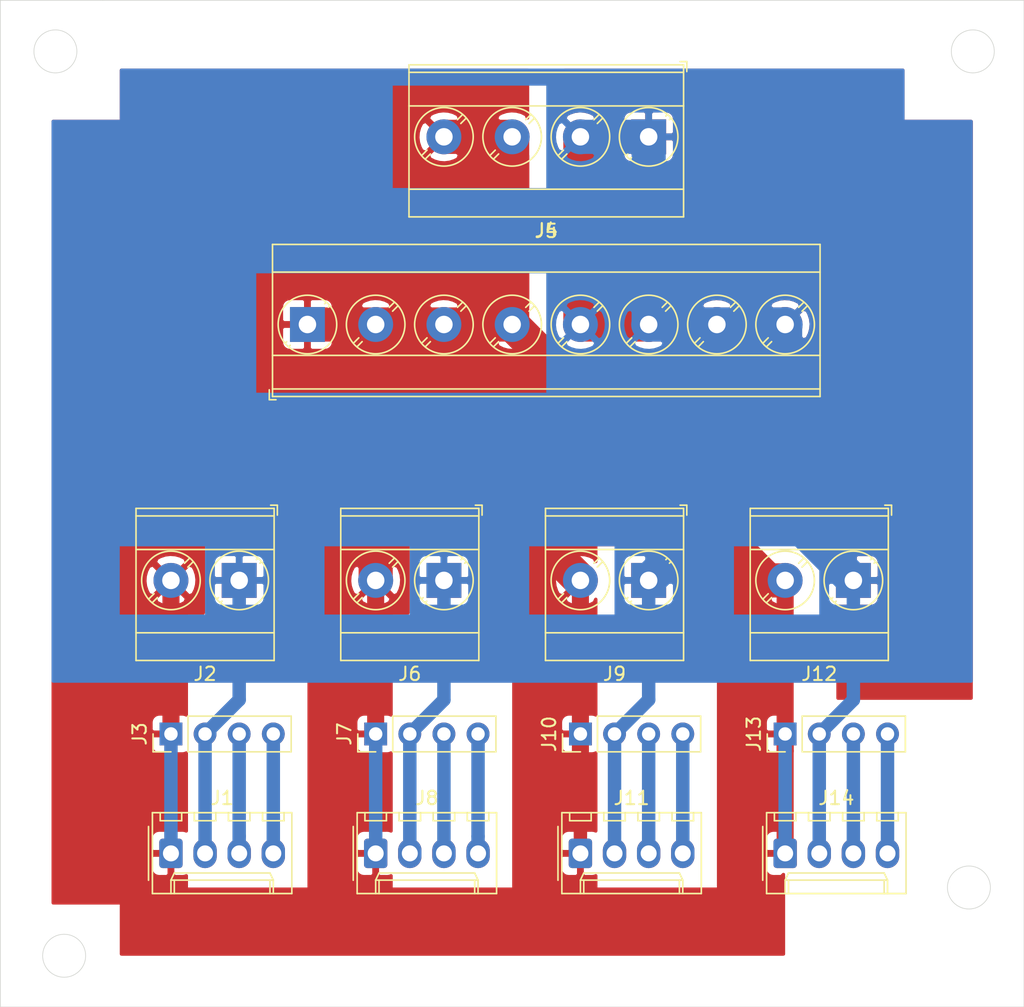
<source format=kicad_pcb>
(kicad_pcb (version 20171130) (host pcbnew "(5.1.7)-1")

  (general
    (thickness 1.6)
    (drawings 9)
    (tracks 54)
    (zones 0)
    (modules 14)
    (nets 11)
  )

  (page A4)
  (title_block
    (date 2020-10-21)
  )

  (layers
    (0 F.Cu signal)
    (31 B.Cu signal)
    (33 F.Adhes user)
    (35 F.Paste user)
    (37 F.SilkS user)
    (38 B.Mask user)
    (39 F.Mask user)
    (40 Dwgs.User user)
    (41 Cmts.User user)
    (42 Eco1.User user)
    (43 Eco2.User user)
    (44 Edge.Cuts user)
    (45 Margin user)
    (46 B.CrtYd user)
    (47 F.CrtYd user)
    (49 F.Fab user)
  )

  (setup
    (last_trace_width 1)
    (user_trace_width 0.3)
    (user_trace_width 0.4)
    (user_trace_width 0.5)
    (user_trace_width 1)
    (user_trace_width 1.27)
    (user_trace_width 2.54)
    (trace_clearance 0.2)
    (zone_clearance 0.508)
    (zone_45_only no)
    (trace_min 0.2)
    (via_size 0.8)
    (via_drill 0.4)
    (via_min_size 0.4)
    (via_min_drill 0.3)
    (uvia_size 0.3)
    (uvia_drill 0.1)
    (uvias_allowed no)
    (uvia_min_size 0.2)
    (uvia_min_drill 0.1)
    (edge_width 0.05)
    (segment_width 0.2)
    (pcb_text_width 0.3)
    (pcb_text_size 1.5 1.5)
    (mod_edge_width 0.12)
    (mod_text_size 1 1)
    (mod_text_width 0.15)
    (pad_size 2.6 2.6)
    (pad_drill 1.3)
    (pad_to_mask_clearance 0)
    (aux_axis_origin 0 0)
    (visible_elements 7FFFF7FF)
    (pcbplotparams
      (layerselection 0x010e8_ffffffff)
      (usegerberextensions false)
      (usegerberattributes true)
      (usegerberadvancedattributes true)
      (creategerberjobfile true)
      (excludeedgelayer true)
      (linewidth 0.100000)
      (plotframeref false)
      (viasonmask false)
      (mode 1)
      (useauxorigin false)
      (hpglpennumber 1)
      (hpglpenspeed 20)
      (hpglpendiameter 15.000000)
      (psnegative false)
      (psa4output false)
      (plotreference true)
      (plotvalue true)
      (plotinvisibletext false)
      (padsonsilk false)
      (subtractmaskfromsilk false)
      (outputformat 1)
      (mirror false)
      (drillshape 0)
      (scaleselection 1)
      (outputdirectory "routerGerber/"))
  )

  (net 0 "")
  (net 1 "Net-(J1-Pad4)")
  (net 2 "Net-(J1-Pad3)")
  (net 3 "Net-(J1-Pad2)")
  (net 4 "Net-(J1-Pad1)")
  (net 5 "Net-(J10-Pad3)")
  (net 6 "Net-(J7-Pad4)")
  (net 7 "Net-(J7-Pad3)")
  (net 8 "Net-(J10-Pad4)")
  (net 9 "Net-(J13-Pad4)")
  (net 10 "Net-(J13-Pad3)")

  (net_class Default "This is the default net class."
    (clearance 0.2)
    (trace_width 0.25)
    (via_dia 0.8)
    (via_drill 0.4)
    (uvia_dia 0.3)
    (uvia_drill 0.1)
    (add_net "Net-(J1-Pad1)")
    (add_net "Net-(J1-Pad2)")
    (add_net "Net-(J1-Pad3)")
    (add_net "Net-(J1-Pad4)")
    (add_net "Net-(J10-Pad3)")
    (add_net "Net-(J10-Pad4)")
    (add_net "Net-(J13-Pad3)")
    (add_net "Net-(J13-Pad4)")
    (add_net "Net-(J7-Pad3)")
    (add_net "Net-(J7-Pad4)")
  )

  (module TerminalBlock_Phoenix:TerminalBlock_Phoenix_MKDS-3-4-5.08_1x04_P5.08mm_Horizontal (layer F.Cu) (tedit 5F9215F1) (tstamp 5F91755C)
    (at 137.16 86.36 180)
    (descr "Terminal Block Phoenix MKDS-3-4-5.08, 4 pins, pitch 5.08mm, size 20.3x11.2mm^2, drill diamater 1.3mm, pad diameter 2.6mm, see http://www.farnell.com/datasheets/2138224.pdf, script-generated using https://github.com/pointhi/kicad-footprint-generator/scripts/TerminalBlock_Phoenix")
    (tags "THT Terminal Block Phoenix MKDS-3-4-5.08 pitch 5.08mm size 20.3x11.2mm^2 drill 1.3mm pad 2.6mm")
    (path /5F8F0A77)
    (fp_text reference J4 (at 7.62 -6.96) (layer F.SilkS)
      (effects (font (size 1 1) (thickness 0.15)))
    )
    (fp_text value Screw_Terminal_01x04 (at 7.62 6.36) (layer F.Fab)
      (effects (font (size 1 1) (thickness 0.15)))
    )
    (fp_circle (center 0 0) (end 2 0) (layer F.Fab) (width 0.1))
    (fp_circle (center 0 0) (end 2.18 0) (layer F.SilkS) (width 0.12))
    (fp_circle (center 5.08 0) (end 7.08 0) (layer F.Fab) (width 0.1))
    (fp_circle (center 5.08 0) (end 7.26 0) (layer F.SilkS) (width 0.12))
    (fp_circle (center 10.16 0) (end 12.16 0) (layer F.Fab) (width 0.1))
    (fp_circle (center 10.16 0) (end 12.34 0) (layer F.SilkS) (width 0.12))
    (fp_circle (center 15.24 0) (end 17.24 0) (layer F.Fab) (width 0.1))
    (fp_circle (center 15.24 0) (end 17.42 0) (layer F.SilkS) (width 0.12))
    (fp_line (start -2.54 -5.9) (end 17.78 -5.9) (layer F.Fab) (width 0.1))
    (fp_line (start 17.78 -5.9) (end 17.78 5.3) (layer F.Fab) (width 0.1))
    (fp_line (start 17.78 5.3) (end -2.04 5.3) (layer F.Fab) (width 0.1))
    (fp_line (start -2.04 5.3) (end -2.54 4.8) (layer F.Fab) (width 0.1))
    (fp_line (start -2.54 4.8) (end -2.54 -5.9) (layer F.Fab) (width 0.1))
    (fp_line (start -2.54 4.8) (end 17.78 4.8) (layer F.Fab) (width 0.1))
    (fp_line (start -2.6 4.8) (end 17.84 4.8) (layer F.SilkS) (width 0.12))
    (fp_line (start -2.54 2.3) (end 17.78 2.3) (layer F.Fab) (width 0.1))
    (fp_line (start -2.6 2.3) (end 17.84 2.3) (layer F.SilkS) (width 0.12))
    (fp_line (start -2.54 -3.9) (end 17.78 -3.9) (layer F.Fab) (width 0.1))
    (fp_line (start -2.6 -3.9) (end 17.84 -3.9) (layer F.SilkS) (width 0.12))
    (fp_line (start -2.6 -5.96) (end 17.84 -5.96) (layer F.SilkS) (width 0.12))
    (fp_line (start -2.6 5.36) (end 17.84 5.36) (layer F.SilkS) (width 0.12))
    (fp_line (start -2.6 -5.96) (end -2.6 5.36) (layer F.SilkS) (width 0.12))
    (fp_line (start 17.84 -5.96) (end 17.84 5.36) (layer F.SilkS) (width 0.12))
    (fp_line (start 1.517 -1.273) (end -1.273 1.517) (layer F.Fab) (width 0.1))
    (fp_line (start 1.273 -1.517) (end -1.517 1.273) (layer F.Fab) (width 0.1))
    (fp_line (start 1.654 -1.388) (end 1.547 -1.281) (layer F.SilkS) (width 0.12))
    (fp_line (start -1.282 1.547) (end -1.388 1.654) (layer F.SilkS) (width 0.12))
    (fp_line (start 1.388 -1.654) (end 1.281 -1.547) (layer F.SilkS) (width 0.12))
    (fp_line (start -1.548 1.281) (end -1.654 1.388) (layer F.SilkS) (width 0.12))
    (fp_line (start 6.597 -1.273) (end 3.808 1.517) (layer F.Fab) (width 0.1))
    (fp_line (start 6.353 -1.517) (end 3.564 1.273) (layer F.Fab) (width 0.1))
    (fp_line (start 6.734 -1.388) (end 6.339 -0.992) (layer F.SilkS) (width 0.12))
    (fp_line (start 4.073 1.274) (end 3.693 1.654) (layer F.SilkS) (width 0.12))
    (fp_line (start 6.468 -1.654) (end 6.088 -1.274) (layer F.SilkS) (width 0.12))
    (fp_line (start 3.822 0.992) (end 3.427 1.388) (layer F.SilkS) (width 0.12))
    (fp_line (start 11.677 -1.273) (end 8.888 1.517) (layer F.Fab) (width 0.1))
    (fp_line (start 11.433 -1.517) (end 8.644 1.273) (layer F.Fab) (width 0.1))
    (fp_line (start 11.814 -1.388) (end 11.419 -0.992) (layer F.SilkS) (width 0.12))
    (fp_line (start 9.153 1.274) (end 8.773 1.654) (layer F.SilkS) (width 0.12))
    (fp_line (start 11.548 -1.654) (end 11.168 -1.274) (layer F.SilkS) (width 0.12))
    (fp_line (start 8.902 0.992) (end 8.507 1.388) (layer F.SilkS) (width 0.12))
    (fp_line (start 16.757 -1.273) (end 13.968 1.517) (layer F.Fab) (width 0.1))
    (fp_line (start 16.513 -1.517) (end 13.724 1.273) (layer F.Fab) (width 0.1))
    (fp_line (start 16.894 -1.388) (end 16.499 -0.992) (layer F.SilkS) (width 0.12))
    (fp_line (start 14.233 1.274) (end 13.853 1.654) (layer F.SilkS) (width 0.12))
    (fp_line (start 16.628 -1.654) (end 16.248 -1.274) (layer F.SilkS) (width 0.12))
    (fp_line (start 13.982 0.992) (end 13.587 1.388) (layer F.SilkS) (width 0.12))
    (fp_line (start -2.84 4.86) (end -2.84 5.6) (layer F.SilkS) (width 0.12))
    (fp_line (start -2.84 5.6) (end -2.34 5.6) (layer F.SilkS) (width 0.12))
    (fp_line (start -3.04 -6.4) (end -3.04 5.8) (layer F.CrtYd) (width 0.05))
    (fp_line (start -3.04 5.8) (end 18.28 5.8) (layer F.CrtYd) (width 0.05))
    (fp_line (start 18.28 5.8) (end 18.28 -6.4) (layer F.CrtYd) (width 0.05))
    (fp_line (start 18.28 -6.4) (end -3.04 -6.4) (layer F.CrtYd) (width 0.05))
    (fp_text user %R (at 7.62 3.1) (layer F.Fab)
      (effects (font (size 1 1) (thickness 0.15)))
    )
    (pad 4 thru_hole circle (at 15.24 0 180) (size 2.6 2.6) (drill 1.3) (layers *.Cu *.Mask)
      (net 4 "Net-(J1-Pad1)"))
    (pad 3 thru_hole circle (at 10.16 0 180) (size 2.6 2.6) (drill 1.3) (layers *.Cu *.Mask)
      (net 4 "Net-(J1-Pad1)"))
    (pad 2 thru_hole circle (at 5.08 0 180) (size 2.6 2.6) (drill 1.3) (layers *.Cu *.Mask)
      (net 3 "Net-(J1-Pad2)"))
    (pad 1 thru_hole rect (at 0 0 180) (size 2.6 2.6) (drill 1.3) (layers *.Cu *.Mask)
      (net 3 "Net-(J1-Pad2)"))
    (model ${KISYS3DMOD}/TerminalBlock_Phoenix.3dshapes/TerminalBlock_Phoenix_MKDS-3-4-5.08_1x04_P5.08mm_Horizontal.wrl
      (at (xyz 0 0 0))
      (scale (xyz 1 1 1))
      (rotate (xyz 0 0 0))
    )
  )

  (module TerminalBlock_Phoenix:TerminalBlock_Phoenix_MKDS-3-8-5.08_1x08_P5.08mm_Horizontal (layer F.Cu) (tedit 5F919943) (tstamp 5F917587)
    (at 111.76 100.33)
    (descr "Terminal Block Phoenix MKDS-3-8-5.08, 8 pins, pitch 5.08mm, size 40.6x11.2mm^2, drill diamater 1.3mm, pad diameter 2.6mm, see http://www.farnell.com/datasheets/2138224.pdf, script-generated using https://github.com/pointhi/kicad-footprint-generator/scripts/TerminalBlock_Phoenix")
    (tags "THT Terminal Block Phoenix MKDS-3-8-5.08 pitch 5.08mm size 40.6x11.2mm^2 drill 1.3mm pad 2.6mm")
    (path /5F8F177A)
    (fp_text reference J5 (at 17.78 -6.96) (layer F.SilkS)
      (effects (font (size 1 1) (thickness 0.15)))
    )
    (fp_text value Screw_Terminal_01x08 (at 17.78 6.36) (layer F.Fab)
      (effects (font (size 1 1) (thickness 0.15)))
    )
    (fp_circle (center 0 0) (end 2 0) (layer F.Fab) (width 0.1))
    (fp_circle (center 0 0) (end 2.18 0) (layer F.SilkS) (width 0.12))
    (fp_circle (center 5.08 0) (end 7.08 0) (layer F.Fab) (width 0.1))
    (fp_circle (center 5.08 0) (end 7.26 0) (layer F.SilkS) (width 0.12))
    (fp_circle (center 10.16 0) (end 12.16 0) (layer F.Fab) (width 0.1))
    (fp_circle (center 10.16 0) (end 12.34 0) (layer F.SilkS) (width 0.12))
    (fp_circle (center 15.24 0) (end 17.24 0) (layer F.Fab) (width 0.1))
    (fp_circle (center 15.24 0) (end 17.42 0) (layer F.SilkS) (width 0.12))
    (fp_circle (center 20.32 0) (end 22.32 0) (layer F.Fab) (width 0.1))
    (fp_circle (center 20.32 0) (end 22.5 0) (layer F.SilkS) (width 0.12))
    (fp_circle (center 25.4 0) (end 27.4 0) (layer F.Fab) (width 0.1))
    (fp_circle (center 25.4 0) (end 27.58 0) (layer F.SilkS) (width 0.12))
    (fp_circle (center 30.48 0) (end 32.48 0) (layer F.Fab) (width 0.1))
    (fp_circle (center 30.48 0) (end 32.66 0) (layer F.SilkS) (width 0.12))
    (fp_circle (center 35.56 0) (end 37.56 0) (layer F.Fab) (width 0.1))
    (fp_circle (center 35.56 0) (end 37.74 0) (layer F.SilkS) (width 0.12))
    (fp_line (start -2.54 -5.9) (end 38.1 -5.9) (layer F.Fab) (width 0.1))
    (fp_line (start 38.1 -5.9) (end 38.1 5.3) (layer F.Fab) (width 0.1))
    (fp_line (start 38.1 5.3) (end -2.04 5.3) (layer F.Fab) (width 0.1))
    (fp_line (start -2.04 5.3) (end -2.54 4.8) (layer F.Fab) (width 0.1))
    (fp_line (start -2.54 4.8) (end -2.54 -5.9) (layer F.Fab) (width 0.1))
    (fp_line (start -2.54 4.8) (end 38.1 4.8) (layer F.Fab) (width 0.1))
    (fp_line (start -2.6 4.8) (end 38.16 4.8) (layer F.SilkS) (width 0.12))
    (fp_line (start -2.54 2.3) (end 38.1 2.3) (layer F.Fab) (width 0.1))
    (fp_line (start -2.6 2.3) (end 38.16 2.3) (layer F.SilkS) (width 0.12))
    (fp_line (start -2.54 -3.9) (end 38.1 -3.9) (layer F.Fab) (width 0.1))
    (fp_line (start -2.6 -3.9) (end 38.16 -3.9) (layer F.SilkS) (width 0.12))
    (fp_line (start -2.6 -5.96) (end 38.16 -5.96) (layer F.SilkS) (width 0.12))
    (fp_line (start -2.6 5.36) (end 38.16 5.36) (layer F.SilkS) (width 0.12))
    (fp_line (start -2.6 -5.96) (end -2.6 5.36) (layer F.SilkS) (width 0.12))
    (fp_line (start 38.16 -5.96) (end 38.16 5.36) (layer F.SilkS) (width 0.12))
    (fp_line (start 1.517 -1.273) (end -1.273 1.517) (layer F.Fab) (width 0.1))
    (fp_line (start 1.273 -1.517) (end -1.517 1.273) (layer F.Fab) (width 0.1))
    (fp_line (start 1.654 -1.388) (end 1.547 -1.281) (layer F.SilkS) (width 0.12))
    (fp_line (start -1.282 1.547) (end -1.388 1.654) (layer F.SilkS) (width 0.12))
    (fp_line (start 1.388 -1.654) (end 1.281 -1.547) (layer F.SilkS) (width 0.12))
    (fp_line (start -1.548 1.281) (end -1.654 1.388) (layer F.SilkS) (width 0.12))
    (fp_line (start 6.597 -1.273) (end 3.808 1.517) (layer F.Fab) (width 0.1))
    (fp_line (start 6.353 -1.517) (end 3.564 1.273) (layer F.Fab) (width 0.1))
    (fp_line (start 6.734 -1.388) (end 6.339 -0.992) (layer F.SilkS) (width 0.12))
    (fp_line (start 4.073 1.274) (end 3.693 1.654) (layer F.SilkS) (width 0.12))
    (fp_line (start 6.468 -1.654) (end 6.088 -1.274) (layer F.SilkS) (width 0.12))
    (fp_line (start 3.822 0.992) (end 3.427 1.388) (layer F.SilkS) (width 0.12))
    (fp_line (start 11.677 -1.273) (end 8.888 1.517) (layer F.Fab) (width 0.1))
    (fp_line (start 11.433 -1.517) (end 8.644 1.273) (layer F.Fab) (width 0.1))
    (fp_line (start 11.814 -1.388) (end 11.419 -0.992) (layer F.SilkS) (width 0.12))
    (fp_line (start 9.153 1.274) (end 8.773 1.654) (layer F.SilkS) (width 0.12))
    (fp_line (start 11.548 -1.654) (end 11.168 -1.274) (layer F.SilkS) (width 0.12))
    (fp_line (start 8.902 0.992) (end 8.507 1.388) (layer F.SilkS) (width 0.12))
    (fp_line (start 16.757 -1.273) (end 13.968 1.517) (layer F.Fab) (width 0.1))
    (fp_line (start 16.513 -1.517) (end 13.724 1.273) (layer F.Fab) (width 0.1))
    (fp_line (start 16.894 -1.388) (end 16.499 -0.992) (layer F.SilkS) (width 0.12))
    (fp_line (start 14.233 1.274) (end 13.853 1.654) (layer F.SilkS) (width 0.12))
    (fp_line (start 16.628 -1.654) (end 16.248 -1.274) (layer F.SilkS) (width 0.12))
    (fp_line (start 13.982 0.992) (end 13.587 1.388) (layer F.SilkS) (width 0.12))
    (fp_line (start 21.837 -1.273) (end 19.048 1.517) (layer F.Fab) (width 0.1))
    (fp_line (start 21.593 -1.517) (end 18.804 1.273) (layer F.Fab) (width 0.1))
    (fp_line (start 21.974 -1.388) (end 21.579 -0.992) (layer F.SilkS) (width 0.12))
    (fp_line (start 19.313 1.274) (end 18.933 1.654) (layer F.SilkS) (width 0.12))
    (fp_line (start 21.708 -1.654) (end 21.328 -1.274) (layer F.SilkS) (width 0.12))
    (fp_line (start 19.062 0.992) (end 18.667 1.388) (layer F.SilkS) (width 0.12))
    (fp_line (start 26.917 -1.273) (end 24.128 1.517) (layer F.Fab) (width 0.1))
    (fp_line (start 26.673 -1.517) (end 23.884 1.273) (layer F.Fab) (width 0.1))
    (fp_line (start 27.054 -1.388) (end 26.659 -0.992) (layer F.SilkS) (width 0.12))
    (fp_line (start 24.393 1.274) (end 24.013 1.654) (layer F.SilkS) (width 0.12))
    (fp_line (start 26.788 -1.654) (end 26.408 -1.274) (layer F.SilkS) (width 0.12))
    (fp_line (start 24.142 0.992) (end 23.747 1.388) (layer F.SilkS) (width 0.12))
    (fp_line (start 31.997 -1.273) (end 29.208 1.517) (layer F.Fab) (width 0.1))
    (fp_line (start 31.753 -1.517) (end 28.964 1.273) (layer F.Fab) (width 0.1))
    (fp_line (start 32.134 -1.388) (end 31.739 -0.992) (layer F.SilkS) (width 0.12))
    (fp_line (start 29.473 1.274) (end 29.093 1.654) (layer F.SilkS) (width 0.12))
    (fp_line (start 31.868 -1.654) (end 31.488 -1.274) (layer F.SilkS) (width 0.12))
    (fp_line (start 29.222 0.992) (end 28.827 1.388) (layer F.SilkS) (width 0.12))
    (fp_line (start 37.077 -1.273) (end 34.288 1.517) (layer F.Fab) (width 0.1))
    (fp_line (start 36.833 -1.517) (end 34.044 1.273) (layer F.Fab) (width 0.1))
    (fp_line (start 37.214 -1.388) (end 36.819 -0.992) (layer F.SilkS) (width 0.12))
    (fp_line (start 34.553 1.274) (end 34.173 1.654) (layer F.SilkS) (width 0.12))
    (fp_line (start 36.948 -1.654) (end 36.568 -1.274) (layer F.SilkS) (width 0.12))
    (fp_line (start 34.302 0.992) (end 33.907 1.388) (layer F.SilkS) (width 0.12))
    (fp_line (start -2.84 4.86) (end -2.84 5.6) (layer F.SilkS) (width 0.12))
    (fp_line (start -2.84 5.6) (end -2.34 5.6) (layer F.SilkS) (width 0.12))
    (fp_line (start -3.04 -6.4) (end -3.04 5.8) (layer F.CrtYd) (width 0.05))
    (fp_line (start -3.04 5.8) (end 38.6 5.8) (layer F.CrtYd) (width 0.05))
    (fp_line (start 38.6 5.8) (end 38.6 -6.4) (layer F.CrtYd) (width 0.05))
    (fp_line (start 38.6 -6.4) (end -3.04 -6.4) (layer F.CrtYd) (width 0.05))
    (fp_text user %R (at 17.78 3.1) (layer F.Fab)
      (effects (font (size 1 1) (thickness 0.15)))
    )
    (pad 8 thru_hole circle (at 35.56 0) (size 2.6 2.6) (drill 1.3) (layers *.Cu *.Mask)
      (net 3 "Net-(J1-Pad2)"))
    (pad 7 thru_hole circle (at 30.48 0) (size 2.6 2.6) (drill 1.3) (layers *.Cu *.Mask)
      (net 3 "Net-(J1-Pad2)"))
    (pad 6 thru_hole circle (at 25.4 0) (size 2.6 2.6) (drill 1.3) (layers *.Cu *.Mask)
      (net 3 "Net-(J1-Pad2)"))
    (pad 5 thru_hole circle (at 20.32 0) (size 2.6 2.6) (drill 1.3) (layers *.Cu *.Mask)
      (net 3 "Net-(J1-Pad2)"))
    (pad 4 thru_hole circle (at 15.24 0) (size 2.6 2.6) (drill 1.3) (layers *.Cu *.Mask)
      (net 4 "Net-(J1-Pad1)"))
    (pad 3 thru_hole circle (at 10.16 0) (size 2.6 2.6) (drill 1.3) (layers *.Cu *.Mask)
      (net 4 "Net-(J1-Pad1)"))
    (pad 2 thru_hole circle (at 5.08 0) (size 2.6 2.6) (drill 1.3) (layers *.Cu *.Mask)
      (net 4 "Net-(J1-Pad1)"))
    (pad 1 thru_hole rect (at 0 0) (size 2.6 2.6) (drill 1.3) (layers *.Cu *.Mask)
      (net 4 "Net-(J1-Pad1)"))
    (model ${KISYS3DMOD}/TerminalBlock_Phoenix.3dshapes/TerminalBlock_Phoenix_MKDS-3-8-5.08_1x08_P5.08mm_Horizontal.wrl
      (at (xyz 0 0 0))
      (scale (xyz 1 1 1))
      (rotate (xyz 0 0 0))
    )
  )

  (module Connector_Molex:Molex_KK-254_AE-6410-04A_1x04_P2.54mm_Vertical (layer F.Cu) (tedit 5EA53D3B) (tstamp 5F915AB1)
    (at 147.32 139.7)
    (descr "Molex KK-254 Interconnect System, old/engineering part number: AE-6410-04A example for new part number: 22-27-2041, 4 Pins (http://www.molex.com/pdm_docs/sd/022272021_sd.pdf), generated with kicad-footprint-generator")
    (tags "connector Molex KK-254 vertical")
    (path /5F9047A6)
    (fp_text reference J14 (at 3.81 -4.12) (layer F.SilkS)
      (effects (font (size 1 1) (thickness 0.15)))
    )
    (fp_text value Screw_Terminal_01x04 (at 3.81 4.08) (layer F.Fab)
      (effects (font (size 1 1) (thickness 0.15)))
    )
    (fp_line (start -1.27 -2.92) (end -1.27 2.88) (layer F.Fab) (width 0.1))
    (fp_line (start -1.27 2.88) (end 8.89 2.88) (layer F.Fab) (width 0.1))
    (fp_line (start 8.89 2.88) (end 8.89 -2.92) (layer F.Fab) (width 0.1))
    (fp_line (start 8.89 -2.92) (end -1.27 -2.92) (layer F.Fab) (width 0.1))
    (fp_line (start -1.38 -3.03) (end -1.38 2.99) (layer F.SilkS) (width 0.12))
    (fp_line (start -1.38 2.99) (end 9 2.99) (layer F.SilkS) (width 0.12))
    (fp_line (start 9 2.99) (end 9 -3.03) (layer F.SilkS) (width 0.12))
    (fp_line (start 9 -3.03) (end -1.38 -3.03) (layer F.SilkS) (width 0.12))
    (fp_line (start -1.67 -2) (end -1.67 2) (layer F.SilkS) (width 0.12))
    (fp_line (start -1.27 -0.5) (end -0.562893 0) (layer F.Fab) (width 0.1))
    (fp_line (start -0.562893 0) (end -1.27 0.5) (layer F.Fab) (width 0.1))
    (fp_line (start 0 2.99) (end 0 1.99) (layer F.SilkS) (width 0.12))
    (fp_line (start 0 1.99) (end 7.62 1.99) (layer F.SilkS) (width 0.12))
    (fp_line (start 7.62 1.99) (end 7.62 2.99) (layer F.SilkS) (width 0.12))
    (fp_line (start 0 1.99) (end 0.25 1.46) (layer F.SilkS) (width 0.12))
    (fp_line (start 0.25 1.46) (end 7.37 1.46) (layer F.SilkS) (width 0.12))
    (fp_line (start 7.37 1.46) (end 7.62 1.99) (layer F.SilkS) (width 0.12))
    (fp_line (start 0.25 2.99) (end 0.25 1.99) (layer F.SilkS) (width 0.12))
    (fp_line (start 7.37 2.99) (end 7.37 1.99) (layer F.SilkS) (width 0.12))
    (fp_line (start -0.8 -3.03) (end -0.8 -2.43) (layer F.SilkS) (width 0.12))
    (fp_line (start -0.8 -2.43) (end 0.8 -2.43) (layer F.SilkS) (width 0.12))
    (fp_line (start 0.8 -2.43) (end 0.8 -3.03) (layer F.SilkS) (width 0.12))
    (fp_line (start 1.74 -3.03) (end 1.74 -2.43) (layer F.SilkS) (width 0.12))
    (fp_line (start 1.74 -2.43) (end 3.34 -2.43) (layer F.SilkS) (width 0.12))
    (fp_line (start 3.34 -2.43) (end 3.34 -3.03) (layer F.SilkS) (width 0.12))
    (fp_line (start 4.28 -3.03) (end 4.28 -2.43) (layer F.SilkS) (width 0.12))
    (fp_line (start 4.28 -2.43) (end 5.88 -2.43) (layer F.SilkS) (width 0.12))
    (fp_line (start 5.88 -2.43) (end 5.88 -3.03) (layer F.SilkS) (width 0.12))
    (fp_line (start 6.82 -3.03) (end 6.82 -2.43) (layer F.SilkS) (width 0.12))
    (fp_line (start 6.82 -2.43) (end 8.42 -2.43) (layer F.SilkS) (width 0.12))
    (fp_line (start 8.42 -2.43) (end 8.42 -3.03) (layer F.SilkS) (width 0.12))
    (fp_line (start -1.77 -3.42) (end -1.77 3.38) (layer F.CrtYd) (width 0.05))
    (fp_line (start -1.77 3.38) (end 9.39 3.38) (layer F.CrtYd) (width 0.05))
    (fp_line (start 9.39 3.38) (end 9.39 -3.42) (layer F.CrtYd) (width 0.05))
    (fp_line (start 9.39 -3.42) (end -1.77 -3.42) (layer F.CrtYd) (width 0.05))
    (fp_text user %R (at 3.81 -2.22) (layer F.Fab)
      (effects (font (size 1 1) (thickness 0.15)))
    )
    (pad 4 thru_hole oval (at 7.62 0) (size 1.74 2.19) (drill 1.19) (layers *.Cu *.Mask)
      (net 9 "Net-(J13-Pad4)"))
    (pad 3 thru_hole oval (at 5.08 0) (size 1.74 2.19) (drill 1.19) (layers *.Cu *.Mask)
      (net 10 "Net-(J13-Pad3)"))
    (pad 2 thru_hole oval (at 2.54 0) (size 1.74 2.19) (drill 1.19) (layers *.Cu *.Mask)
      (net 3 "Net-(J1-Pad2)"))
    (pad 1 thru_hole roundrect (at 0 0) (size 1.74 2.19) (drill 1.19) (layers *.Cu *.Mask) (roundrect_rratio 0.1436775862068966)
      (net 4 "Net-(J1-Pad1)"))
    (model ${KISYS3DMOD}/Connector_Molex.3dshapes/Molex_KK-254_AE-6410-04A_1x04_P2.54mm_Vertical.wrl
      (at (xyz 0 0 0))
      (scale (xyz 1 1 1))
      (rotate (xyz 0 0 0))
    )
  )

  (module Connector_Molex:Molex_KK-254_AE-6410-04A_1x04_P2.54mm_Vertical (layer F.Cu) (tedit 5EA53D3B) (tstamp 5F917616)
    (at 132.08 139.7)
    (descr "Molex KK-254 Interconnect System, old/engineering part number: AE-6410-04A example for new part number: 22-27-2041, 4 Pins (http://www.molex.com/pdm_docs/sd/022272021_sd.pdf), generated with kicad-footprint-generator")
    (tags "connector Molex KK-254 vertical")
    (path /5F904489)
    (fp_text reference J11 (at 3.81 -4.12) (layer F.SilkS)
      (effects (font (size 1 1) (thickness 0.15)))
    )
    (fp_text value Screw_Terminal_01x04 (at 3.81 4.08) (layer F.Fab)
      (effects (font (size 1 1) (thickness 0.15)))
    )
    (fp_line (start -1.27 -2.92) (end -1.27 2.88) (layer F.Fab) (width 0.1))
    (fp_line (start -1.27 2.88) (end 8.89 2.88) (layer F.Fab) (width 0.1))
    (fp_line (start 8.89 2.88) (end 8.89 -2.92) (layer F.Fab) (width 0.1))
    (fp_line (start 8.89 -2.92) (end -1.27 -2.92) (layer F.Fab) (width 0.1))
    (fp_line (start -1.38 -3.03) (end -1.38 2.99) (layer F.SilkS) (width 0.12))
    (fp_line (start -1.38 2.99) (end 9 2.99) (layer F.SilkS) (width 0.12))
    (fp_line (start 9 2.99) (end 9 -3.03) (layer F.SilkS) (width 0.12))
    (fp_line (start 9 -3.03) (end -1.38 -3.03) (layer F.SilkS) (width 0.12))
    (fp_line (start -1.67 -2) (end -1.67 2) (layer F.SilkS) (width 0.12))
    (fp_line (start -1.27 -0.5) (end -0.562893 0) (layer F.Fab) (width 0.1))
    (fp_line (start -0.562893 0) (end -1.27 0.5) (layer F.Fab) (width 0.1))
    (fp_line (start 0 2.99) (end 0 1.99) (layer F.SilkS) (width 0.12))
    (fp_line (start 0 1.99) (end 7.62 1.99) (layer F.SilkS) (width 0.12))
    (fp_line (start 7.62 1.99) (end 7.62 2.99) (layer F.SilkS) (width 0.12))
    (fp_line (start 0 1.99) (end 0.25 1.46) (layer F.SilkS) (width 0.12))
    (fp_line (start 0.25 1.46) (end 7.37 1.46) (layer F.SilkS) (width 0.12))
    (fp_line (start 7.37 1.46) (end 7.62 1.99) (layer F.SilkS) (width 0.12))
    (fp_line (start 0.25 2.99) (end 0.25 1.99) (layer F.SilkS) (width 0.12))
    (fp_line (start 7.37 2.99) (end 7.37 1.99) (layer F.SilkS) (width 0.12))
    (fp_line (start -0.8 -3.03) (end -0.8 -2.43) (layer F.SilkS) (width 0.12))
    (fp_line (start -0.8 -2.43) (end 0.8 -2.43) (layer F.SilkS) (width 0.12))
    (fp_line (start 0.8 -2.43) (end 0.8 -3.03) (layer F.SilkS) (width 0.12))
    (fp_line (start 1.74 -3.03) (end 1.74 -2.43) (layer F.SilkS) (width 0.12))
    (fp_line (start 1.74 -2.43) (end 3.34 -2.43) (layer F.SilkS) (width 0.12))
    (fp_line (start 3.34 -2.43) (end 3.34 -3.03) (layer F.SilkS) (width 0.12))
    (fp_line (start 4.28 -3.03) (end 4.28 -2.43) (layer F.SilkS) (width 0.12))
    (fp_line (start 4.28 -2.43) (end 5.88 -2.43) (layer F.SilkS) (width 0.12))
    (fp_line (start 5.88 -2.43) (end 5.88 -3.03) (layer F.SilkS) (width 0.12))
    (fp_line (start 6.82 -3.03) (end 6.82 -2.43) (layer F.SilkS) (width 0.12))
    (fp_line (start 6.82 -2.43) (end 8.42 -2.43) (layer F.SilkS) (width 0.12))
    (fp_line (start 8.42 -2.43) (end 8.42 -3.03) (layer F.SilkS) (width 0.12))
    (fp_line (start -1.77 -3.42) (end -1.77 3.38) (layer F.CrtYd) (width 0.05))
    (fp_line (start -1.77 3.38) (end 9.39 3.38) (layer F.CrtYd) (width 0.05))
    (fp_line (start 9.39 3.38) (end 9.39 -3.42) (layer F.CrtYd) (width 0.05))
    (fp_line (start 9.39 -3.42) (end -1.77 -3.42) (layer F.CrtYd) (width 0.05))
    (fp_text user %R (at 3.81 -2.22) (layer F.Fab)
      (effects (font (size 1 1) (thickness 0.15)))
    )
    (pad 4 thru_hole oval (at 7.62 0) (size 1.74 2.19) (drill 1.19) (layers *.Cu *.Mask)
      (net 8 "Net-(J10-Pad4)"))
    (pad 3 thru_hole oval (at 5.08 0) (size 1.74 2.19) (drill 1.19) (layers *.Cu *.Mask)
      (net 5 "Net-(J10-Pad3)"))
    (pad 2 thru_hole oval (at 2.54 0) (size 1.74 2.19) (drill 1.19) (layers *.Cu *.Mask)
      (net 3 "Net-(J1-Pad2)"))
    (pad 1 thru_hole roundrect (at 0 0) (size 1.74 2.19) (drill 1.19) (layers *.Cu *.Mask) (roundrect_rratio 0.1436775862068966)
      (net 4 "Net-(J1-Pad1)"))
    (model ${KISYS3DMOD}/Connector_Molex.3dshapes/Molex_KK-254_AE-6410-04A_1x04_P2.54mm_Vertical.wrl
      (at (xyz 0 0 0))
      (scale (xyz 1 1 1))
      (rotate (xyz 0 0 0))
    )
  )

  (module Connector_Molex:Molex_KK-254_AE-6410-04A_1x04_P2.54mm_Vertical (layer F.Cu) (tedit 5EA53D3B) (tstamp 5F9175EB)
    (at 116.84 139.7)
    (descr "Molex KK-254 Interconnect System, old/engineering part number: AE-6410-04A example for new part number: 22-27-2041, 4 Pins (http://www.molex.com/pdm_docs/sd/022272021_sd.pdf), generated with kicad-footprint-generator")
    (tags "connector Molex KK-254 vertical")
    (path /5F903AA3)
    (fp_text reference J8 (at 3.81 -4.12) (layer F.SilkS)
      (effects (font (size 1 1) (thickness 0.15)))
    )
    (fp_text value Screw_Terminal_01x04 (at 3.81 4.08) (layer F.Fab)
      (effects (font (size 1 1) (thickness 0.15)))
    )
    (fp_line (start -1.27 -2.92) (end -1.27 2.88) (layer F.Fab) (width 0.1))
    (fp_line (start -1.27 2.88) (end 8.89 2.88) (layer F.Fab) (width 0.1))
    (fp_line (start 8.89 2.88) (end 8.89 -2.92) (layer F.Fab) (width 0.1))
    (fp_line (start 8.89 -2.92) (end -1.27 -2.92) (layer F.Fab) (width 0.1))
    (fp_line (start -1.38 -3.03) (end -1.38 2.99) (layer F.SilkS) (width 0.12))
    (fp_line (start -1.38 2.99) (end 9 2.99) (layer F.SilkS) (width 0.12))
    (fp_line (start 9 2.99) (end 9 -3.03) (layer F.SilkS) (width 0.12))
    (fp_line (start 9 -3.03) (end -1.38 -3.03) (layer F.SilkS) (width 0.12))
    (fp_line (start -1.67 -2) (end -1.67 2) (layer F.SilkS) (width 0.12))
    (fp_line (start -1.27 -0.5) (end -0.562893 0) (layer F.Fab) (width 0.1))
    (fp_line (start -0.562893 0) (end -1.27 0.5) (layer F.Fab) (width 0.1))
    (fp_line (start 0 2.99) (end 0 1.99) (layer F.SilkS) (width 0.12))
    (fp_line (start 0 1.99) (end 7.62 1.99) (layer F.SilkS) (width 0.12))
    (fp_line (start 7.62 1.99) (end 7.62 2.99) (layer F.SilkS) (width 0.12))
    (fp_line (start 0 1.99) (end 0.25 1.46) (layer F.SilkS) (width 0.12))
    (fp_line (start 0.25 1.46) (end 7.37 1.46) (layer F.SilkS) (width 0.12))
    (fp_line (start 7.37 1.46) (end 7.62 1.99) (layer F.SilkS) (width 0.12))
    (fp_line (start 0.25 2.99) (end 0.25 1.99) (layer F.SilkS) (width 0.12))
    (fp_line (start 7.37 2.99) (end 7.37 1.99) (layer F.SilkS) (width 0.12))
    (fp_line (start -0.8 -3.03) (end -0.8 -2.43) (layer F.SilkS) (width 0.12))
    (fp_line (start -0.8 -2.43) (end 0.8 -2.43) (layer F.SilkS) (width 0.12))
    (fp_line (start 0.8 -2.43) (end 0.8 -3.03) (layer F.SilkS) (width 0.12))
    (fp_line (start 1.74 -3.03) (end 1.74 -2.43) (layer F.SilkS) (width 0.12))
    (fp_line (start 1.74 -2.43) (end 3.34 -2.43) (layer F.SilkS) (width 0.12))
    (fp_line (start 3.34 -2.43) (end 3.34 -3.03) (layer F.SilkS) (width 0.12))
    (fp_line (start 4.28 -3.03) (end 4.28 -2.43) (layer F.SilkS) (width 0.12))
    (fp_line (start 4.28 -2.43) (end 5.88 -2.43) (layer F.SilkS) (width 0.12))
    (fp_line (start 5.88 -2.43) (end 5.88 -3.03) (layer F.SilkS) (width 0.12))
    (fp_line (start 6.82 -3.03) (end 6.82 -2.43) (layer F.SilkS) (width 0.12))
    (fp_line (start 6.82 -2.43) (end 8.42 -2.43) (layer F.SilkS) (width 0.12))
    (fp_line (start 8.42 -2.43) (end 8.42 -3.03) (layer F.SilkS) (width 0.12))
    (fp_line (start -1.77 -3.42) (end -1.77 3.38) (layer F.CrtYd) (width 0.05))
    (fp_line (start -1.77 3.38) (end 9.39 3.38) (layer F.CrtYd) (width 0.05))
    (fp_line (start 9.39 3.38) (end 9.39 -3.42) (layer F.CrtYd) (width 0.05))
    (fp_line (start 9.39 -3.42) (end -1.77 -3.42) (layer F.CrtYd) (width 0.05))
    (fp_text user %R (at 3.81 -2.22) (layer F.Fab)
      (effects (font (size 1 1) (thickness 0.15)))
    )
    (pad 4 thru_hole oval (at 7.62 0) (size 1.74 2.19) (drill 1.19) (layers *.Cu *.Mask)
      (net 6 "Net-(J7-Pad4)"))
    (pad 3 thru_hole oval (at 5.08 0) (size 1.74 2.19) (drill 1.19) (layers *.Cu *.Mask)
      (net 7 "Net-(J7-Pad3)"))
    (pad 2 thru_hole oval (at 2.54 0) (size 1.74 2.19) (drill 1.19) (layers *.Cu *.Mask)
      (net 3 "Net-(J1-Pad2)"))
    (pad 1 thru_hole roundrect (at 0 0) (size 1.74 2.19) (drill 1.19) (layers *.Cu *.Mask) (roundrect_rratio 0.1436775862068966)
      (net 4 "Net-(J1-Pad1)"))
    (model ${KISYS3DMOD}/Connector_Molex.3dshapes/Molex_KK-254_AE-6410-04A_1x04_P2.54mm_Vertical.wrl
      (at (xyz 0 0 0))
      (scale (xyz 1 1 1))
      (rotate (xyz 0 0 0))
    )
  )

  (module Connector_Molex:Molex_KK-254_AE-6410-04A_1x04_P2.54mm_Vertical (layer F.Cu) (tedit 5EA53D3B) (tstamp 5F91750E)
    (at 101.6 139.7)
    (descr "Molex KK-254 Interconnect System, old/engineering part number: AE-6410-04A example for new part number: 22-27-2041, 4 Pins (http://www.molex.com/pdm_docs/sd/022272021_sd.pdf), generated with kicad-footprint-generator")
    (tags "connector Molex KK-254 vertical")
    (path /5F902AD9)
    (fp_text reference J1 (at 3.81 -4.12) (layer F.SilkS)
      (effects (font (size 1 1) (thickness 0.15)))
    )
    (fp_text value Screw_Terminal_01x04 (at 3.81 4.08) (layer F.Fab)
      (effects (font (size 1 1) (thickness 0.15)))
    )
    (fp_line (start -1.27 -2.92) (end -1.27 2.88) (layer F.Fab) (width 0.1))
    (fp_line (start -1.27 2.88) (end 8.89 2.88) (layer F.Fab) (width 0.1))
    (fp_line (start 8.89 2.88) (end 8.89 -2.92) (layer F.Fab) (width 0.1))
    (fp_line (start 8.89 -2.92) (end -1.27 -2.92) (layer F.Fab) (width 0.1))
    (fp_line (start -1.38 -3.03) (end -1.38 2.99) (layer F.SilkS) (width 0.12))
    (fp_line (start -1.38 2.99) (end 9 2.99) (layer F.SilkS) (width 0.12))
    (fp_line (start 9 2.99) (end 9 -3.03) (layer F.SilkS) (width 0.12))
    (fp_line (start 9 -3.03) (end -1.38 -3.03) (layer F.SilkS) (width 0.12))
    (fp_line (start -1.67 -2) (end -1.67 2) (layer F.SilkS) (width 0.12))
    (fp_line (start -1.27 -0.5) (end -0.562893 0) (layer F.Fab) (width 0.1))
    (fp_line (start -0.562893 0) (end -1.27 0.5) (layer F.Fab) (width 0.1))
    (fp_line (start 0 2.99) (end 0 1.99) (layer F.SilkS) (width 0.12))
    (fp_line (start 0 1.99) (end 7.62 1.99) (layer F.SilkS) (width 0.12))
    (fp_line (start 7.62 1.99) (end 7.62 2.99) (layer F.SilkS) (width 0.12))
    (fp_line (start 0 1.99) (end 0.25 1.46) (layer F.SilkS) (width 0.12))
    (fp_line (start 0.25 1.46) (end 7.37 1.46) (layer F.SilkS) (width 0.12))
    (fp_line (start 7.37 1.46) (end 7.62 1.99) (layer F.SilkS) (width 0.12))
    (fp_line (start 0.25 2.99) (end 0.25 1.99) (layer F.SilkS) (width 0.12))
    (fp_line (start 7.37 2.99) (end 7.37 1.99) (layer F.SilkS) (width 0.12))
    (fp_line (start -0.8 -3.03) (end -0.8 -2.43) (layer F.SilkS) (width 0.12))
    (fp_line (start -0.8 -2.43) (end 0.8 -2.43) (layer F.SilkS) (width 0.12))
    (fp_line (start 0.8 -2.43) (end 0.8 -3.03) (layer F.SilkS) (width 0.12))
    (fp_line (start 1.74 -3.03) (end 1.74 -2.43) (layer F.SilkS) (width 0.12))
    (fp_line (start 1.74 -2.43) (end 3.34 -2.43) (layer F.SilkS) (width 0.12))
    (fp_line (start 3.34 -2.43) (end 3.34 -3.03) (layer F.SilkS) (width 0.12))
    (fp_line (start 4.28 -3.03) (end 4.28 -2.43) (layer F.SilkS) (width 0.12))
    (fp_line (start 4.28 -2.43) (end 5.88 -2.43) (layer F.SilkS) (width 0.12))
    (fp_line (start 5.88 -2.43) (end 5.88 -3.03) (layer F.SilkS) (width 0.12))
    (fp_line (start 6.82 -3.03) (end 6.82 -2.43) (layer F.SilkS) (width 0.12))
    (fp_line (start 6.82 -2.43) (end 8.42 -2.43) (layer F.SilkS) (width 0.12))
    (fp_line (start 8.42 -2.43) (end 8.42 -3.03) (layer F.SilkS) (width 0.12))
    (fp_line (start -1.77 -3.42) (end -1.77 3.38) (layer F.CrtYd) (width 0.05))
    (fp_line (start -1.77 3.38) (end 9.39 3.38) (layer F.CrtYd) (width 0.05))
    (fp_line (start 9.39 3.38) (end 9.39 -3.42) (layer F.CrtYd) (width 0.05))
    (fp_line (start 9.39 -3.42) (end -1.77 -3.42) (layer F.CrtYd) (width 0.05))
    (fp_text user %R (at 3.81 -2.22) (layer F.Fab)
      (effects (font (size 1 1) (thickness 0.15)))
    )
    (pad 4 thru_hole oval (at 7.62 0) (size 1.74 2.19) (drill 1.19) (layers *.Cu *.Mask)
      (net 1 "Net-(J1-Pad4)"))
    (pad 3 thru_hole oval (at 5.08 0) (size 1.74 2.19) (drill 1.19) (layers *.Cu *.Mask)
      (net 2 "Net-(J1-Pad3)"))
    (pad 2 thru_hole oval (at 2.54 0) (size 1.74 2.19) (drill 1.19) (layers *.Cu *.Mask)
      (net 3 "Net-(J1-Pad2)"))
    (pad 1 thru_hole roundrect (at 0 0) (size 1.74 2.19) (drill 1.19) (layers *.Cu *.Mask) (roundrect_rratio 0.1436775862068966)
      (net 4 "Net-(J1-Pad1)"))
    (model ${KISYS3DMOD}/Connector_Molex.3dshapes/Molex_KK-254_AE-6410-04A_1x04_P2.54mm_Vertical.wrl
      (at (xyz 0 0 0))
      (scale (xyz 1 1 1))
      (rotate (xyz 0 0 0))
    )
  )

  (module TerminalBlock_Phoenix:TerminalBlock_Phoenix_MKDS-3-2-5.08_1x02_P5.08mm_Horizontal (layer F.Cu) (tedit 5F921786) (tstamp 5F917539)
    (at 106.68 119.38 180)
    (descr "Terminal Block Phoenix MKDS-3-2-5.08, 2 pins, pitch 5.08mm, size 10.2x11.2mm^2, drill diamater 1.3mm, pad diameter 2.6mm, see http://www.farnell.com/datasheets/2138224.pdf, script-generated using https://github.com/pointhi/kicad-footprint-generator/scripts/TerminalBlock_Phoenix")
    (tags "THT Terminal Block Phoenix MKDS-3-2-5.08 pitch 5.08mm size 10.2x11.2mm^2 drill 1.3mm pad 2.6mm")
    (path /5F8F36AA)
    (fp_text reference J2 (at 2.54 -6.96) (layer F.SilkS)
      (effects (font (size 1 1) (thickness 0.15)))
    )
    (fp_text value Screw_Terminal_01x02 (at 2.54 6.36) (layer F.Fab)
      (effects (font (size 1 1) (thickness 0.15)))
    )
    (fp_circle (center 0 0) (end 2 0) (layer F.Fab) (width 0.1))
    (fp_circle (center 0 0) (end 2.18 0) (layer F.SilkS) (width 0.12))
    (fp_circle (center 5.08 0) (end 7.08 0) (layer F.Fab) (width 0.1))
    (fp_circle (center 5.08 0) (end 7.26 0) (layer F.SilkS) (width 0.12))
    (fp_line (start -2.54 -5.9) (end 7.62 -5.9) (layer F.Fab) (width 0.1))
    (fp_line (start 7.62 -5.9) (end 7.62 5.3) (layer F.Fab) (width 0.1))
    (fp_line (start 7.62 5.3) (end -2.04 5.3) (layer F.Fab) (width 0.1))
    (fp_line (start -2.04 5.3) (end -2.54 4.8) (layer F.Fab) (width 0.1))
    (fp_line (start -2.54 4.8) (end -2.54 -5.9) (layer F.Fab) (width 0.1))
    (fp_line (start -2.54 4.8) (end 7.62 4.8) (layer F.Fab) (width 0.1))
    (fp_line (start -2.6 4.8) (end 7.68 4.8) (layer F.SilkS) (width 0.12))
    (fp_line (start -2.54 2.3) (end 7.62 2.3) (layer F.Fab) (width 0.1))
    (fp_line (start -2.6 2.3) (end 7.68 2.3) (layer F.SilkS) (width 0.12))
    (fp_line (start -2.54 -3.9) (end 7.62 -3.9) (layer F.Fab) (width 0.1))
    (fp_line (start -2.6 -3.9) (end 7.68 -3.9) (layer F.SilkS) (width 0.12))
    (fp_line (start -2.6 -5.96) (end 7.68 -5.96) (layer F.SilkS) (width 0.12))
    (fp_line (start -2.6 5.36) (end 7.68 5.36) (layer F.SilkS) (width 0.12))
    (fp_line (start -2.6 -5.96) (end -2.6 5.36) (layer F.SilkS) (width 0.12))
    (fp_line (start 7.68 -5.96) (end 7.68 5.36) (layer F.SilkS) (width 0.12))
    (fp_line (start 1.517 -1.273) (end -1.273 1.517) (layer F.Fab) (width 0.1))
    (fp_line (start 1.273 -1.517) (end -1.517 1.273) (layer F.Fab) (width 0.1))
    (fp_line (start 1.654 -1.388) (end 1.547 -1.281) (layer F.SilkS) (width 0.12))
    (fp_line (start -1.282 1.547) (end -1.388 1.654) (layer F.SilkS) (width 0.12))
    (fp_line (start 1.388 -1.654) (end 1.281 -1.547) (layer F.SilkS) (width 0.12))
    (fp_line (start -1.548 1.281) (end -1.654 1.388) (layer F.SilkS) (width 0.12))
    (fp_line (start 6.597 -1.273) (end 3.808 1.517) (layer F.Fab) (width 0.1))
    (fp_line (start 6.353 -1.517) (end 3.564 1.273) (layer F.Fab) (width 0.1))
    (fp_line (start 6.734 -1.388) (end 6.339 -0.992) (layer F.SilkS) (width 0.12))
    (fp_line (start 4.073 1.274) (end 3.693 1.654) (layer F.SilkS) (width 0.12))
    (fp_line (start 6.468 -1.654) (end 6.088 -1.274) (layer F.SilkS) (width 0.12))
    (fp_line (start 3.822 0.992) (end 3.427 1.388) (layer F.SilkS) (width 0.12))
    (fp_line (start -2.84 4.86) (end -2.84 5.6) (layer F.SilkS) (width 0.12))
    (fp_line (start -2.84 5.6) (end -2.34 5.6) (layer F.SilkS) (width 0.12))
    (fp_line (start -3.04 -6.4) (end -3.04 5.8) (layer F.CrtYd) (width 0.05))
    (fp_line (start -3.04 5.8) (end 8.13 5.8) (layer F.CrtYd) (width 0.05))
    (fp_line (start 8.13 5.8) (end 8.13 -6.4) (layer F.CrtYd) (width 0.05))
    (fp_line (start 8.13 -6.4) (end -3.04 -6.4) (layer F.CrtYd) (width 0.05))
    (fp_text user %R (at 2.54 3.1 180) (layer F.Fab)
      (effects (font (size 1 1) (thickness 0.15)))
    )
    (pad 2 thru_hole circle (at 5.08 0 180) (size 2.6 2.6) (drill 1.3) (layers *.Cu *.Mask)
      (net 4 "Net-(J1-Pad1)"))
    (pad 1 thru_hole rect (at 0 0 180) (size 2.6 2.6) (drill 1.3) (layers *.Cu *.Mask)
      (net 3 "Net-(J1-Pad2)"))
    (model ${KISYS3DMOD}/TerminalBlock_Phoenix.3dshapes/TerminalBlock_Phoenix_MKDS-3-2-5.08_1x02_P5.08mm_Horizontal.wrl
      (at (xyz 0 0 0))
      (scale (xyz 1 1 1))
      (rotate (xyz 0 0 0))
    )
  )

  (module TerminalBlock_Phoenix:TerminalBlock_Phoenix_MKDS-3-2-5.08_1x02_P5.08mm_Horizontal (layer F.Cu) (tedit 5B294F11) (tstamp 5F917641)
    (at 152.4 119.38 180)
    (descr "Terminal Block Phoenix MKDS-3-2-5.08, 2 pins, pitch 5.08mm, size 10.2x11.2mm^2, drill diamater 1.3mm, pad diameter 2.6mm, see http://www.farnell.com/datasheets/2138224.pdf, script-generated using https://github.com/pointhi/kicad-footprint-generator/scripts/TerminalBlock_Phoenix")
    (tags "THT Terminal Block Phoenix MKDS-3-2-5.08 pitch 5.08mm size 10.2x11.2mm^2 drill 1.3mm pad 2.6mm")
    (path /5F8F5289)
    (fp_text reference J12 (at 2.54 -6.96) (layer F.SilkS)
      (effects (font (size 1 1) (thickness 0.15)))
    )
    (fp_text value Screw_Terminal_01x02 (at 2.54 6.36) (layer F.Fab)
      (effects (font (size 1 1) (thickness 0.15)))
    )
    (fp_circle (center 0 0) (end 2 0) (layer F.Fab) (width 0.1))
    (fp_circle (center 0 0) (end 2.18 0) (layer F.SilkS) (width 0.12))
    (fp_circle (center 5.08 0) (end 7.08 0) (layer F.Fab) (width 0.1))
    (fp_circle (center 5.08 0) (end 7.26 0) (layer F.SilkS) (width 0.12))
    (fp_line (start -2.54 -5.9) (end 7.62 -5.9) (layer F.Fab) (width 0.1))
    (fp_line (start 7.62 -5.9) (end 7.62 5.3) (layer F.Fab) (width 0.1))
    (fp_line (start 7.62 5.3) (end -2.04 5.3) (layer F.Fab) (width 0.1))
    (fp_line (start -2.04 5.3) (end -2.54 4.8) (layer F.Fab) (width 0.1))
    (fp_line (start -2.54 4.8) (end -2.54 -5.9) (layer F.Fab) (width 0.1))
    (fp_line (start -2.54 4.8) (end 7.62 4.8) (layer F.Fab) (width 0.1))
    (fp_line (start -2.6 4.8) (end 7.68 4.8) (layer F.SilkS) (width 0.12))
    (fp_line (start -2.54 2.3) (end 7.62 2.3) (layer F.Fab) (width 0.1))
    (fp_line (start -2.6 2.3) (end 7.68 2.3) (layer F.SilkS) (width 0.12))
    (fp_line (start -2.54 -3.9) (end 7.62 -3.9) (layer F.Fab) (width 0.1))
    (fp_line (start -2.6 -3.9) (end 7.68 -3.9) (layer F.SilkS) (width 0.12))
    (fp_line (start -2.6 -5.96) (end 7.68 -5.96) (layer F.SilkS) (width 0.12))
    (fp_line (start -2.6 5.36) (end 7.68 5.36) (layer F.SilkS) (width 0.12))
    (fp_line (start -2.6 -5.96) (end -2.6 5.36) (layer F.SilkS) (width 0.12))
    (fp_line (start 7.68 -5.96) (end 7.68 5.36) (layer F.SilkS) (width 0.12))
    (fp_line (start 1.517 -1.273) (end -1.273 1.517) (layer F.Fab) (width 0.1))
    (fp_line (start 1.273 -1.517) (end -1.517 1.273) (layer F.Fab) (width 0.1))
    (fp_line (start 1.654 -1.388) (end 1.547 -1.281) (layer F.SilkS) (width 0.12))
    (fp_line (start -1.282 1.547) (end -1.388 1.654) (layer F.SilkS) (width 0.12))
    (fp_line (start 1.388 -1.654) (end 1.281 -1.547) (layer F.SilkS) (width 0.12))
    (fp_line (start -1.548 1.281) (end -1.654 1.388) (layer F.SilkS) (width 0.12))
    (fp_line (start 6.597 -1.273) (end 3.808 1.517) (layer F.Fab) (width 0.1))
    (fp_line (start 6.353 -1.517) (end 3.564 1.273) (layer F.Fab) (width 0.1))
    (fp_line (start 6.734 -1.388) (end 6.339 -0.992) (layer F.SilkS) (width 0.12))
    (fp_line (start 4.073 1.274) (end 3.693 1.654) (layer F.SilkS) (width 0.12))
    (fp_line (start 6.468 -1.654) (end 6.088 -1.274) (layer F.SilkS) (width 0.12))
    (fp_line (start 3.822 0.992) (end 3.427 1.388) (layer F.SilkS) (width 0.12))
    (fp_line (start -2.84 4.86) (end -2.84 5.6) (layer F.SilkS) (width 0.12))
    (fp_line (start -2.84 5.6) (end -2.34 5.6) (layer F.SilkS) (width 0.12))
    (fp_line (start -3.04 -6.4) (end -3.04 5.8) (layer F.CrtYd) (width 0.05))
    (fp_line (start -3.04 5.8) (end 8.13 5.8) (layer F.CrtYd) (width 0.05))
    (fp_line (start 8.13 5.8) (end 8.13 -6.4) (layer F.CrtYd) (width 0.05))
    (fp_line (start 8.13 -6.4) (end -3.04 -6.4) (layer F.CrtYd) (width 0.05))
    (fp_text user %R (at 2.54 3.1 180) (layer F.Fab)
      (effects (font (size 1 1) (thickness 0.15)))
    )
    (pad 2 thru_hole circle (at 5.08 0 180) (size 2.6 2.6) (drill 1.3) (layers *.Cu *.Mask)
      (net 4 "Net-(J1-Pad1)"))
    (pad 1 thru_hole rect (at 0 0 180) (size 2.6 2.6) (drill 1.3) (layers *.Cu *.Mask)
      (net 3 "Net-(J1-Pad2)"))
    (model ${KISYS3DMOD}/TerminalBlock_Phoenix.3dshapes/TerminalBlock_Phoenix_MKDS-3-2-5.08_1x02_P5.08mm_Horizontal.wrl
      (at (xyz 0 0 0))
      (scale (xyz 1 1 1))
      (rotate (xyz 0 0 0))
    )
  )

  (module TerminalBlock_Phoenix:TerminalBlock_Phoenix_MKDS-3-2-5.08_1x02_P5.08mm_Horizontal (layer F.Cu) (tedit 5B294F11) (tstamp 5F918837)
    (at 137.16 119.38 180)
    (descr "Terminal Block Phoenix MKDS-3-2-5.08, 2 pins, pitch 5.08mm, size 10.2x11.2mm^2, drill diamater 1.3mm, pad diameter 2.6mm, see http://www.farnell.com/datasheets/2138224.pdf, script-generated using https://github.com/pointhi/kicad-footprint-generator/scripts/TerminalBlock_Phoenix")
    (tags "THT Terminal Block Phoenix MKDS-3-2-5.08 pitch 5.08mm size 10.2x11.2mm^2 drill 1.3mm pad 2.6mm")
    (path /5F8F4AB3)
    (fp_text reference J9 (at 2.54 -6.96) (layer F.SilkS)
      (effects (font (size 1 1) (thickness 0.15)))
    )
    (fp_text value Screw_Terminal_01x02 (at 2.54 6.36) (layer F.Fab)
      (effects (font (size 1 1) (thickness 0.15)))
    )
    (fp_circle (center 0 0) (end 2 0) (layer F.Fab) (width 0.1))
    (fp_circle (center 0 0) (end 2.18 0) (layer F.SilkS) (width 0.12))
    (fp_circle (center 5.08 0) (end 7.08 0) (layer F.Fab) (width 0.1))
    (fp_circle (center 5.08 0) (end 7.26 0) (layer F.SilkS) (width 0.12))
    (fp_line (start -2.54 -5.9) (end 7.62 -5.9) (layer F.Fab) (width 0.1))
    (fp_line (start 7.62 -5.9) (end 7.62 5.3) (layer F.Fab) (width 0.1))
    (fp_line (start 7.62 5.3) (end -2.04 5.3) (layer F.Fab) (width 0.1))
    (fp_line (start -2.04 5.3) (end -2.54 4.8) (layer F.Fab) (width 0.1))
    (fp_line (start -2.54 4.8) (end -2.54 -5.9) (layer F.Fab) (width 0.1))
    (fp_line (start -2.54 4.8) (end 7.62 4.8) (layer F.Fab) (width 0.1))
    (fp_line (start -2.6 4.8) (end 7.68 4.8) (layer F.SilkS) (width 0.12))
    (fp_line (start -2.54 2.3) (end 7.62 2.3) (layer F.Fab) (width 0.1))
    (fp_line (start -2.6 2.3) (end 7.68 2.3) (layer F.SilkS) (width 0.12))
    (fp_line (start -2.54 -3.9) (end 7.62 -3.9) (layer F.Fab) (width 0.1))
    (fp_line (start -2.6 -3.9) (end 7.68 -3.9) (layer F.SilkS) (width 0.12))
    (fp_line (start -2.6 -5.96) (end 7.68 -5.96) (layer F.SilkS) (width 0.12))
    (fp_line (start -2.6 5.36) (end 7.68 5.36) (layer F.SilkS) (width 0.12))
    (fp_line (start -2.6 -5.96) (end -2.6 5.36) (layer F.SilkS) (width 0.12))
    (fp_line (start 7.68 -5.96) (end 7.68 5.36) (layer F.SilkS) (width 0.12))
    (fp_line (start 1.517 -1.273) (end -1.273 1.517) (layer F.Fab) (width 0.1))
    (fp_line (start 1.273 -1.517) (end -1.517 1.273) (layer F.Fab) (width 0.1))
    (fp_line (start 1.654 -1.388) (end 1.547 -1.281) (layer F.SilkS) (width 0.12))
    (fp_line (start -1.282 1.547) (end -1.388 1.654) (layer F.SilkS) (width 0.12))
    (fp_line (start 1.388 -1.654) (end 1.281 -1.547) (layer F.SilkS) (width 0.12))
    (fp_line (start -1.548 1.281) (end -1.654 1.388) (layer F.SilkS) (width 0.12))
    (fp_line (start 6.597 -1.273) (end 3.808 1.517) (layer F.Fab) (width 0.1))
    (fp_line (start 6.353 -1.517) (end 3.564 1.273) (layer F.Fab) (width 0.1))
    (fp_line (start 6.734 -1.388) (end 6.339 -0.992) (layer F.SilkS) (width 0.12))
    (fp_line (start 4.073 1.274) (end 3.693 1.654) (layer F.SilkS) (width 0.12))
    (fp_line (start 6.468 -1.654) (end 6.088 -1.274) (layer F.SilkS) (width 0.12))
    (fp_line (start 3.822 0.992) (end 3.427 1.388) (layer F.SilkS) (width 0.12))
    (fp_line (start -2.84 4.86) (end -2.84 5.6) (layer F.SilkS) (width 0.12))
    (fp_line (start -2.84 5.6) (end -2.34 5.6) (layer F.SilkS) (width 0.12))
    (fp_line (start -3.04 -6.4) (end -3.04 5.8) (layer F.CrtYd) (width 0.05))
    (fp_line (start -3.04 5.8) (end 8.13 5.8) (layer F.CrtYd) (width 0.05))
    (fp_line (start 8.13 5.8) (end 8.13 -6.4) (layer F.CrtYd) (width 0.05))
    (fp_line (start 8.13 -6.4) (end -3.04 -6.4) (layer F.CrtYd) (width 0.05))
    (fp_text user %R (at 2.54 3.1) (layer F.Fab)
      (effects (font (size 1 1) (thickness 0.15)))
    )
    (pad 2 thru_hole circle (at 5.08 0 180) (size 2.6 2.6) (drill 1.3) (layers *.Cu *.Mask)
      (net 4 "Net-(J1-Pad1)"))
    (pad 1 thru_hole rect (at 0 0 180) (size 2.6 2.6) (drill 1.3) (layers *.Cu *.Mask)
      (net 3 "Net-(J1-Pad2)"))
    (model ${KISYS3DMOD}/TerminalBlock_Phoenix.3dshapes/TerminalBlock_Phoenix_MKDS-3-2-5.08_1x02_P5.08mm_Horizontal.wrl
      (at (xyz 0 0 0))
      (scale (xyz 1 1 1))
      (rotate (xyz 0 0 0))
    )
  )

  (module TerminalBlock_Phoenix:TerminalBlock_Phoenix_MKDS-3-2-5.08_1x02_P5.08mm_Horizontal (layer F.Cu) (tedit 5B294F11) (tstamp 5F9175C8)
    (at 121.92 119.38 180)
    (descr "Terminal Block Phoenix MKDS-3-2-5.08, 2 pins, pitch 5.08mm, size 10.2x11.2mm^2, drill diamater 1.3mm, pad diameter 2.6mm, see http://www.farnell.com/datasheets/2138224.pdf, script-generated using https://github.com/pointhi/kicad-footprint-generator/scripts/TerminalBlock_Phoenix")
    (tags "THT Terminal Block Phoenix MKDS-3-2-5.08 pitch 5.08mm size 10.2x11.2mm^2 drill 1.3mm pad 2.6mm")
    (path /5F8F3D47)
    (fp_text reference J6 (at 2.54 -6.96) (layer F.SilkS)
      (effects (font (size 1 1) (thickness 0.15)))
    )
    (fp_text value Screw_Terminal_01x02 (at 2.54 6.36) (layer F.Fab)
      (effects (font (size 1 1) (thickness 0.15)))
    )
    (fp_circle (center 0 0) (end 2 0) (layer F.Fab) (width 0.1))
    (fp_circle (center 0 0) (end 2.18 0) (layer F.SilkS) (width 0.12))
    (fp_circle (center 5.08 0) (end 7.08 0) (layer F.Fab) (width 0.1))
    (fp_circle (center 5.08 0) (end 7.26 0) (layer F.SilkS) (width 0.12))
    (fp_line (start -2.54 -5.9) (end 7.62 -5.9) (layer F.Fab) (width 0.1))
    (fp_line (start 7.62 -5.9) (end 7.62 5.3) (layer F.Fab) (width 0.1))
    (fp_line (start 7.62 5.3) (end -2.04 5.3) (layer F.Fab) (width 0.1))
    (fp_line (start -2.04 5.3) (end -2.54 4.8) (layer F.Fab) (width 0.1))
    (fp_line (start -2.54 4.8) (end -2.54 -5.9) (layer F.Fab) (width 0.1))
    (fp_line (start -2.54 4.8) (end 7.62 4.8) (layer F.Fab) (width 0.1))
    (fp_line (start -2.6 4.8) (end 7.68 4.8) (layer F.SilkS) (width 0.12))
    (fp_line (start -2.54 2.3) (end 7.62 2.3) (layer F.Fab) (width 0.1))
    (fp_line (start -2.6 2.3) (end 7.68 2.3) (layer F.SilkS) (width 0.12))
    (fp_line (start -2.54 -3.9) (end 7.62 -3.9) (layer F.Fab) (width 0.1))
    (fp_line (start -2.6 -3.9) (end 7.68 -3.9) (layer F.SilkS) (width 0.12))
    (fp_line (start -2.6 -5.96) (end 7.68 -5.96) (layer F.SilkS) (width 0.12))
    (fp_line (start -2.6 5.36) (end 7.68 5.36) (layer F.SilkS) (width 0.12))
    (fp_line (start -2.6 -5.96) (end -2.6 5.36) (layer F.SilkS) (width 0.12))
    (fp_line (start 7.68 -5.96) (end 7.68 5.36) (layer F.SilkS) (width 0.12))
    (fp_line (start 1.517 -1.273) (end -1.273 1.517) (layer F.Fab) (width 0.1))
    (fp_line (start 1.273 -1.517) (end -1.517 1.273) (layer F.Fab) (width 0.1))
    (fp_line (start 1.654 -1.388) (end 1.547 -1.281) (layer F.SilkS) (width 0.12))
    (fp_line (start -1.282 1.547) (end -1.388 1.654) (layer F.SilkS) (width 0.12))
    (fp_line (start 1.388 -1.654) (end 1.281 -1.547) (layer F.SilkS) (width 0.12))
    (fp_line (start -1.548 1.281) (end -1.654 1.388) (layer F.SilkS) (width 0.12))
    (fp_line (start 6.597 -1.273) (end 3.808 1.517) (layer F.Fab) (width 0.1))
    (fp_line (start 6.353 -1.517) (end 3.564 1.273) (layer F.Fab) (width 0.1))
    (fp_line (start 6.734 -1.388) (end 6.339 -0.992) (layer F.SilkS) (width 0.12))
    (fp_line (start 4.073 1.274) (end 3.693 1.654) (layer F.SilkS) (width 0.12))
    (fp_line (start 6.468 -1.654) (end 6.088 -1.274) (layer F.SilkS) (width 0.12))
    (fp_line (start 3.822 0.992) (end 3.427 1.388) (layer F.SilkS) (width 0.12))
    (fp_line (start -2.84 4.86) (end -2.84 5.6) (layer F.SilkS) (width 0.12))
    (fp_line (start -2.84 5.6) (end -2.34 5.6) (layer F.SilkS) (width 0.12))
    (fp_line (start -3.04 -6.4) (end -3.04 5.8) (layer F.CrtYd) (width 0.05))
    (fp_line (start -3.04 5.8) (end 8.13 5.8) (layer F.CrtYd) (width 0.05))
    (fp_line (start 8.13 5.8) (end 8.13 -6.4) (layer F.CrtYd) (width 0.05))
    (fp_line (start 8.13 -6.4) (end -3.04 -6.4) (layer F.CrtYd) (width 0.05))
    (fp_text user %R (at 2.54 3.1) (layer F.Fab)
      (effects (font (size 1 1) (thickness 0.15)))
    )
    (pad 2 thru_hole circle (at 5.08 0 180) (size 2.6 2.6) (drill 1.3) (layers *.Cu *.Mask)
      (net 4 "Net-(J1-Pad1)"))
    (pad 1 thru_hole rect (at 0 0 180) (size 2.6 2.6) (drill 1.3) (layers *.Cu *.Mask)
      (net 3 "Net-(J1-Pad2)"))
    (model ${KISYS3DMOD}/TerminalBlock_Phoenix.3dshapes/TerminalBlock_Phoenix_MKDS-3-2-5.08_1x02_P5.08mm_Horizontal.wrl
      (at (xyz 0 0 0))
      (scale (xyz 1 1 1))
      (rotate (xyz 0 0 0))
    )
  )

  (module Connector_PinHeader_2.54mm:PinHeader_1x04_P2.54mm_Vertical (layer F.Cu) (tedit 59FED5CC) (tstamp 5F918809)
    (at 101.6 130.81 90)
    (descr "Through hole straight pin header, 1x04, 2.54mm pitch, single row")
    (tags "Through hole pin header THT 1x04 2.54mm single row")
    (path /5F8F5599)
    (fp_text reference J3 (at 0 -2.33 90) (layer F.SilkS)
      (effects (font (size 1 1) (thickness 0.15)))
    )
    (fp_text value Screw_Terminal_01x04 (at 0 9.95 90) (layer F.Fab)
      (effects (font (size 1 1) (thickness 0.15)))
    )
    (fp_line (start -0.635 -1.27) (end 1.27 -1.27) (layer F.Fab) (width 0.1))
    (fp_line (start 1.27 -1.27) (end 1.27 8.89) (layer F.Fab) (width 0.1))
    (fp_line (start 1.27 8.89) (end -1.27 8.89) (layer F.Fab) (width 0.1))
    (fp_line (start -1.27 8.89) (end -1.27 -0.635) (layer F.Fab) (width 0.1))
    (fp_line (start -1.27 -0.635) (end -0.635 -1.27) (layer F.Fab) (width 0.1))
    (fp_line (start -1.33 8.95) (end 1.33 8.95) (layer F.SilkS) (width 0.12))
    (fp_line (start -1.33 1.27) (end -1.33 8.95) (layer F.SilkS) (width 0.12))
    (fp_line (start 1.33 1.27) (end 1.33 8.95) (layer F.SilkS) (width 0.12))
    (fp_line (start -1.33 1.27) (end 1.33 1.27) (layer F.SilkS) (width 0.12))
    (fp_line (start -1.33 0) (end -1.33 -1.33) (layer F.SilkS) (width 0.12))
    (fp_line (start -1.33 -1.33) (end 0 -1.33) (layer F.SilkS) (width 0.12))
    (fp_line (start -1.8 -1.8) (end -1.8 9.4) (layer F.CrtYd) (width 0.05))
    (fp_line (start -1.8 9.4) (end 1.8 9.4) (layer F.CrtYd) (width 0.05))
    (fp_line (start 1.8 9.4) (end 1.8 -1.8) (layer F.CrtYd) (width 0.05))
    (fp_line (start 1.8 -1.8) (end -1.8 -1.8) (layer F.CrtYd) (width 0.05))
    (fp_text user %R (at 0 3.81) (layer F.Fab)
      (effects (font (size 1 1) (thickness 0.15)))
    )
    (pad 1 thru_hole rect (at 0 0 90) (size 1.7 1.7) (drill 1) (layers *.Cu *.Mask)
      (net 4 "Net-(J1-Pad1)"))
    (pad 2 thru_hole oval (at 0 2.54 90) (size 1.7 1.7) (drill 1) (layers *.Cu *.Mask)
      (net 3 "Net-(J1-Pad2)"))
    (pad 3 thru_hole oval (at 0 5.08 90) (size 1.7 1.7) (drill 1) (layers *.Cu *.Mask)
      (net 2 "Net-(J1-Pad3)"))
    (pad 4 thru_hole oval (at 0 7.62 90) (size 1.7 1.7) (drill 1) (layers *.Cu *.Mask)
      (net 1 "Net-(J1-Pad4)"))
    (model ${KISYS3DMOD}/Connector_PinHeader_2.54mm.3dshapes/PinHeader_1x04_P2.54mm_Vertical.wrl
      (at (xyz 0 0 0))
      (scale (xyz 1 1 1))
      (rotate (xyz 0 0 0))
    )
  )

  (module Connector_PinHeader_2.54mm:PinHeader_1x04_P2.54mm_Vertical (layer F.Cu) (tedit 59FED5CC) (tstamp 5F918820)
    (at 116.84 130.81 90)
    (descr "Through hole straight pin header, 1x04, 2.54mm pitch, single row")
    (tags "Through hole pin header THT 1x04 2.54mm single row")
    (path /5F8F6161)
    (fp_text reference J7 (at 0 -2.33 90) (layer F.SilkS)
      (effects (font (size 1 1) (thickness 0.15)))
    )
    (fp_text value Screw_Terminal_01x04 (at 0 9.95 90) (layer F.Fab)
      (effects (font (size 1 1) (thickness 0.15)))
    )
    (fp_line (start 1.8 -1.8) (end -1.8 -1.8) (layer F.CrtYd) (width 0.05))
    (fp_line (start 1.8 9.4) (end 1.8 -1.8) (layer F.CrtYd) (width 0.05))
    (fp_line (start -1.8 9.4) (end 1.8 9.4) (layer F.CrtYd) (width 0.05))
    (fp_line (start -1.8 -1.8) (end -1.8 9.4) (layer F.CrtYd) (width 0.05))
    (fp_line (start -1.33 -1.33) (end 0 -1.33) (layer F.SilkS) (width 0.12))
    (fp_line (start -1.33 0) (end -1.33 -1.33) (layer F.SilkS) (width 0.12))
    (fp_line (start -1.33 1.27) (end 1.33 1.27) (layer F.SilkS) (width 0.12))
    (fp_line (start 1.33 1.27) (end 1.33 8.95) (layer F.SilkS) (width 0.12))
    (fp_line (start -1.33 1.27) (end -1.33 8.95) (layer F.SilkS) (width 0.12))
    (fp_line (start -1.33 8.95) (end 1.33 8.95) (layer F.SilkS) (width 0.12))
    (fp_line (start -1.27 -0.635) (end -0.635 -1.27) (layer F.Fab) (width 0.1))
    (fp_line (start -1.27 8.89) (end -1.27 -0.635) (layer F.Fab) (width 0.1))
    (fp_line (start 1.27 8.89) (end -1.27 8.89) (layer F.Fab) (width 0.1))
    (fp_line (start 1.27 -1.27) (end 1.27 8.89) (layer F.Fab) (width 0.1))
    (fp_line (start -0.635 -1.27) (end 1.27 -1.27) (layer F.Fab) (width 0.1))
    (fp_text user %R (at 0 3.81) (layer F.Fab)
      (effects (font (size 1 1) (thickness 0.15)))
    )
    (pad 4 thru_hole oval (at 0 7.62 90) (size 1.7 1.7) (drill 1) (layers *.Cu *.Mask)
      (net 6 "Net-(J7-Pad4)"))
    (pad 3 thru_hole oval (at 0 5.08 90) (size 1.7 1.7) (drill 1) (layers *.Cu *.Mask)
      (net 7 "Net-(J7-Pad3)"))
    (pad 2 thru_hole oval (at 0 2.54 90) (size 1.7 1.7) (drill 1) (layers *.Cu *.Mask)
      (net 3 "Net-(J1-Pad2)"))
    (pad 1 thru_hole rect (at 0 0 90) (size 1.7 1.7) (drill 1) (layers *.Cu *.Mask)
      (net 4 "Net-(J1-Pad1)"))
    (model ${KISYS3DMOD}/Connector_PinHeader_2.54mm.3dshapes/PinHeader_1x04_P2.54mm_Vertical.wrl
      (at (xyz 0 0 0))
      (scale (xyz 1 1 1))
      (rotate (xyz 0 0 0))
    )
  )

  (module Connector_PinHeader_2.54mm:PinHeader_1x04_P2.54mm_Vertical (layer F.Cu) (tedit 59FED5CC) (tstamp 5F91885A)
    (at 132.08 130.81 90)
    (descr "Through hole straight pin header, 1x04, 2.54mm pitch, single row")
    (tags "Through hole pin header THT 1x04 2.54mm single row")
    (path /5F8F691D)
    (fp_text reference J10 (at 0 -2.33 90) (layer F.SilkS)
      (effects (font (size 1 1) (thickness 0.15)))
    )
    (fp_text value Screw_Terminal_01x04 (at 0 9.95 90) (layer F.Fab)
      (effects (font (size 1 1) (thickness 0.15)))
    )
    (fp_line (start -0.635 -1.27) (end 1.27 -1.27) (layer F.Fab) (width 0.1))
    (fp_line (start 1.27 -1.27) (end 1.27 8.89) (layer F.Fab) (width 0.1))
    (fp_line (start 1.27 8.89) (end -1.27 8.89) (layer F.Fab) (width 0.1))
    (fp_line (start -1.27 8.89) (end -1.27 -0.635) (layer F.Fab) (width 0.1))
    (fp_line (start -1.27 -0.635) (end -0.635 -1.27) (layer F.Fab) (width 0.1))
    (fp_line (start -1.33 8.95) (end 1.33 8.95) (layer F.SilkS) (width 0.12))
    (fp_line (start -1.33 1.27) (end -1.33 8.95) (layer F.SilkS) (width 0.12))
    (fp_line (start 1.33 1.27) (end 1.33 8.95) (layer F.SilkS) (width 0.12))
    (fp_line (start -1.33 1.27) (end 1.33 1.27) (layer F.SilkS) (width 0.12))
    (fp_line (start -1.33 0) (end -1.33 -1.33) (layer F.SilkS) (width 0.12))
    (fp_line (start -1.33 -1.33) (end 0 -1.33) (layer F.SilkS) (width 0.12))
    (fp_line (start -1.8 -1.8) (end -1.8 9.4) (layer F.CrtYd) (width 0.05))
    (fp_line (start -1.8 9.4) (end 1.8 9.4) (layer F.CrtYd) (width 0.05))
    (fp_line (start 1.8 9.4) (end 1.8 -1.8) (layer F.CrtYd) (width 0.05))
    (fp_line (start 1.8 -1.8) (end -1.8 -1.8) (layer F.CrtYd) (width 0.05))
    (fp_text user %R (at 0 3.81) (layer F.Fab)
      (effects (font (size 1 1) (thickness 0.15)))
    )
    (pad 1 thru_hole rect (at 0 0 90) (size 1.7 1.7) (drill 1) (layers *.Cu *.Mask)
      (net 4 "Net-(J1-Pad1)"))
    (pad 2 thru_hole oval (at 0 2.54 90) (size 1.7 1.7) (drill 1) (layers *.Cu *.Mask)
      (net 3 "Net-(J1-Pad2)"))
    (pad 3 thru_hole oval (at 0 5.08 90) (size 1.7 1.7) (drill 1) (layers *.Cu *.Mask)
      (net 5 "Net-(J10-Pad3)"))
    (pad 4 thru_hole oval (at 0 7.62 90) (size 1.7 1.7) (drill 1) (layers *.Cu *.Mask)
      (net 8 "Net-(J10-Pad4)"))
    (model ${KISYS3DMOD}/Connector_PinHeader_2.54mm.3dshapes/PinHeader_1x04_P2.54mm_Vertical.wrl
      (at (xyz 0 0 0))
      (scale (xyz 1 1 1))
      (rotate (xyz 0 0 0))
    )
  )

  (module Connector_PinHeader_2.54mm:PinHeader_1x04_P2.54mm_Vertical (layer F.Cu) (tedit 59FED5CC) (tstamp 5F918871)
    (at 147.32 130.81 90)
    (descr "Through hole straight pin header, 1x04, 2.54mm pitch, single row")
    (tags "Through hole pin header THT 1x04 2.54mm single row")
    (path /5F8F6FF2)
    (fp_text reference J13 (at 0 -2.33 90) (layer F.SilkS)
      (effects (font (size 1 1) (thickness 0.15)))
    )
    (fp_text value Screw_Terminal_01x04 (at 0 9.95 90) (layer F.Fab)
      (effects (font (size 1 1) (thickness 0.15)))
    )
    (fp_line (start 1.8 -1.8) (end -1.8 -1.8) (layer F.CrtYd) (width 0.05))
    (fp_line (start 1.8 9.4) (end 1.8 -1.8) (layer F.CrtYd) (width 0.05))
    (fp_line (start -1.8 9.4) (end 1.8 9.4) (layer F.CrtYd) (width 0.05))
    (fp_line (start -1.8 -1.8) (end -1.8 9.4) (layer F.CrtYd) (width 0.05))
    (fp_line (start -1.33 -1.33) (end 0 -1.33) (layer F.SilkS) (width 0.12))
    (fp_line (start -1.33 0) (end -1.33 -1.33) (layer F.SilkS) (width 0.12))
    (fp_line (start -1.33 1.27) (end 1.33 1.27) (layer F.SilkS) (width 0.12))
    (fp_line (start 1.33 1.27) (end 1.33 8.95) (layer F.SilkS) (width 0.12))
    (fp_line (start -1.33 1.27) (end -1.33 8.95) (layer F.SilkS) (width 0.12))
    (fp_line (start -1.33 8.95) (end 1.33 8.95) (layer F.SilkS) (width 0.12))
    (fp_line (start -1.27 -0.635) (end -0.635 -1.27) (layer F.Fab) (width 0.1))
    (fp_line (start -1.27 8.89) (end -1.27 -0.635) (layer F.Fab) (width 0.1))
    (fp_line (start 1.27 8.89) (end -1.27 8.89) (layer F.Fab) (width 0.1))
    (fp_line (start 1.27 -1.27) (end 1.27 8.89) (layer F.Fab) (width 0.1))
    (fp_line (start -0.635 -1.27) (end 1.27 -1.27) (layer F.Fab) (width 0.1))
    (fp_text user %R (at 0 3.81) (layer F.Fab)
      (effects (font (size 1 1) (thickness 0.15)))
    )
    (pad 4 thru_hole oval (at 0 7.62 90) (size 1.7 1.7) (drill 1) (layers *.Cu *.Mask)
      (net 9 "Net-(J13-Pad4)"))
    (pad 3 thru_hole oval (at 0 5.08 90) (size 1.7 1.7) (drill 1) (layers *.Cu *.Mask)
      (net 10 "Net-(J13-Pad3)"))
    (pad 2 thru_hole oval (at 0 2.54 90) (size 1.7 1.7) (drill 1) (layers *.Cu *.Mask)
      (net 3 "Net-(J1-Pad2)"))
    (pad 1 thru_hole rect (at 0 0 90) (size 1.7 1.7) (drill 1) (layers *.Cu *.Mask)
      (net 4 "Net-(J1-Pad1)"))
    (model ${KISYS3DMOD}/Connector_PinHeader_2.54mm.3dshapes/PinHeader_1x04_P2.54mm_Vertical.wrl
      (at (xyz 0 0 0))
      (scale (xyz 1 1 1))
      (rotate (xyz 0 0 0))
    )
  )

  (gr_circle (center 93.65 147.32) (end 95.25 147.32) (layer Edge.Cuts) (width 0.05))
  (gr_circle (center 93 80) (end 94.6 80) (layer Edge.Cuts) (width 0.05))
  (gr_circle (center 161 142.24) (end 162.6 142.24) (layer Edge.Cuts) (width 0.05))
  (gr_circle (center 161.29 80) (end 162.89 80) (layer Edge.Cuts) (width 0.05))
  (gr_line (start 88.9 76.2) (end 96.52 76.2) (layer Edge.Cuts) (width 0.05) (tstamp 5F90CD71))
  (gr_line (start 88.9 151.13) (end 88.9 76.2) (layer Edge.Cuts) (width 0.05))
  (gr_line (start 165.1 151.13) (end 88.9 151.13) (layer Edge.Cuts) (width 0.05))
  (gr_line (start 165.1 76.2) (end 165.1 151.13) (layer Edge.Cuts) (width 0.05))
  (gr_line (start 96.52 76.2) (end 165.1 76.2) (layer Edge.Cuts) (width 0.05))

  (segment (start 109.22 130.81) (end 109.22 139.7) (width 1) (layer B.Cu) (net 1))
  (segment (start 106.68 130.81) (end 106.68 138.43) (width 1) (layer B.Cu) (net 2))
  (segment (start 106.68 138.43) (end 106.68 139.7) (width 1) (layer B.Cu) (net 2))
  (segment (start 132.08 100.33) (end 137.16 100.33) (width 2.54) (layer F.Cu) (net 3))
  (segment (start 137.16 100.33) (end 142.24 100.33) (width 2.54) (layer F.Cu) (net 3))
  (segment (start 147.32 100.33) (end 142.24 100.33) (width 2.54) (layer F.Cu) (net 3))
  (segment (start 132.08 86.36) (end 132.08 100.33) (width 2.54) (layer F.Cu) (net 3))
  (segment (start 142.24 114.3) (end 137.16 119.38) (width 2.54) (layer B.Cu) (net 3))
  (segment (start 142.24 100.33) (end 142.24 114.3) (width 2.54) (layer B.Cu) (net 3))
  (segment (start 147.32 114.3) (end 152.4 119.38) (width 2.54) (layer B.Cu) (net 3))
  (segment (start 147.32 100.33) (end 147.32 114.3) (width 2.54) (layer B.Cu) (net 3))
  (segment (start 132.08 86.36) (end 137.16 86.36) (width 2.54) (layer B.Cu) (net 3))
  (segment (start 137.16 86.36) (end 137.16 100.33) (width 2.54) (layer B.Cu) (net 3))
  (segment (start 137.16 100.33) (end 147.32 100.33) (width 2.54) (layer B.Cu) (net 3))
  (segment (start 149.86 130.81) (end 149.86 139.7) (width 1) (layer B.Cu) (net 3))
  (segment (start 134.62 130.81) (end 134.62 139.7) (width 1) (layer B.Cu) (net 3))
  (segment (start 119.38 130.81) (end 119.38 139.7) (width 1) (layer B.Cu) (net 3))
  (segment (start 104.14 130.81) (end 104.14 139.7) (width 1) (layer B.Cu) (net 3))
  (segment (start 106.68 128.27) (end 104.14 130.81) (width 1) (layer B.Cu) (net 3))
  (segment (start 106.68 119.38) (end 106.68 128.27) (width 1) (layer B.Cu) (net 3))
  (segment (start 121.92 128.27) (end 119.38 130.81) (width 1) (layer B.Cu) (net 3))
  (segment (start 121.92 119.38) (end 121.92 128.27) (width 1) (layer B.Cu) (net 3))
  (segment (start 137.16 128.27) (end 134.62 130.81) (width 1) (layer B.Cu) (net 3))
  (segment (start 137.16 119.38) (end 137.16 128.27) (width 1) (layer B.Cu) (net 3))
  (segment (start 152.4 128.27) (end 149.86 130.81) (width 1) (layer B.Cu) (net 3))
  (segment (start 152.4 119.38) (end 152.4 128.27) (width 1) (layer B.Cu) (net 3))
  (segment (start 111.76 100.33) (end 116.84 100.33) (width 2.54) (layer F.Cu) (net 4))
  (segment (start 116.84 100.33) (end 121.92 100.33) (width 2.54) (layer F.Cu) (net 4))
  (segment (start 121.92 100.33) (end 127 100.33) (width 2.54) (layer F.Cu) (net 4))
  (segment (start 127 86.36) (end 121.92 86.36) (width 2.54) (layer F.Cu) (net 4))
  (segment (start 116.84 119.38) (end 116.84 130.81) (width 1.27) (layer F.Cu) (net 4))
  (segment (start 116.84 119.38) (end 116.84 100.33) (width 2.54) (layer F.Cu) (net 4))
  (segment (start 101.6 119.38) (end 101.6 130.81) (width 1.27) (layer F.Cu) (net 4))
  (segment (start 121.92 109.22) (end 132.08 119.38) (width 2.54) (layer F.Cu) (net 4))
  (segment (start 121.92 100.33) (end 121.92 109.22) (width 2.54) (layer F.Cu) (net 4))
  (segment (start 132.08 119.38) (end 132.08 130.81) (width 1.27) (layer F.Cu) (net 4))
  (segment (start 147.32 119.38) (end 147.32 132.08) (width 1.27) (layer F.Cu) (net 4))
  (segment (start 147.32 132.08) (end 147.32 139.7) (width 1.27) (layer F.Cu) (net 4))
  (segment (start 147.32 130.81) (end 147.32 132.08) (width 1.27) (layer F.Cu) (net 4))
  (segment (start 146.05 119.38) (end 147.32 119.38) (width 2.54) (layer F.Cu) (net 4))
  (segment (start 127 100.33) (end 146.05 119.38) (width 2.54) (layer F.Cu) (net 4))
  (segment (start 127 86.36) (end 127 100.33) (width 2.54) (layer F.Cu) (net 4))
  (segment (start 147.32 130.81) (end 147.32 139.7) (width 1) (layer B.Cu) (net 4))
  (segment (start 132.08 132.08) (end 132.08 139.7) (width 1) (layer F.Cu) (net 4))
  (segment (start 132.08 130.81) (end 132.08 132.08) (width 1.27) (layer F.Cu) (net 4))
  (segment (start 116.84 130.81) (end 116.84 139.7) (width 1) (layer B.Cu) (net 4))
  (segment (start 101.6 130.81) (end 101.6 139.7) (width 1) (layer B.Cu) (net 4))
  (segment (start 137.16 130.81) (end 137.16 139.7) (width 1) (layer B.Cu) (net 5))
  (segment (start 124.46 130.81) (end 124.46 138.43) (width 1) (layer B.Cu) (net 6))
  (segment (start 124.46 138.43) (end 124.46 139.7) (width 1) (layer B.Cu) (net 6))
  (segment (start 121.92 130.81) (end 121.92 139.7) (width 1) (layer B.Cu) (net 7))
  (segment (start 139.7 130.81) (end 139.7 139.7) (width 1) (layer B.Cu) (net 8))
  (segment (start 154.94 130.81) (end 154.94 139.7) (width 1) (layer B.Cu) (net 9))
  (segment (start 152.4 130.81) (end 152.4 139.7) (width 1) (layer B.Cu) (net 10))

  (zone (net 3) (net_name "Net-(J1-Pad2)") (layer F.Cu) (tstamp 5F921C37) (hatch edge 0.508)
    (connect_pads (clearance 0.508))
    (min_thickness 0.254)
    (fill yes (arc_segments 32) (thermal_gap 0.508) (thermal_bridge_width 0.508))
    (polygon
      (pts
        (xy 156.21 85.09) (xy 161.29 85.09) (xy 161.29 128.27) (xy 151.13 128.27) (xy 151.13 119.38)
        (xy 147.32 114.3) (xy 147.32 101.6) (xy 130.81 101.6) (xy 130.81 81.28) (xy 156.21 81.28)
      )
    )
    (filled_polygon
      (pts
        (xy 156.083 85.09) (xy 156.08544 85.114776) (xy 156.092667 85.138601) (xy 156.104403 85.160557) (xy 156.120197 85.179803)
        (xy 156.139443 85.195597) (xy 156.161399 85.207333) (xy 156.185224 85.21456) (xy 156.21 85.217) (xy 161.163 85.217)
        (xy 161.163 128.143) (xy 151.257 128.143) (xy 151.257 121.317596) (xy 152.11425 121.315) (xy 152.273 121.15625)
        (xy 152.273 119.507) (xy 152.527 119.507) (xy 152.527 121.15625) (xy 152.68575 121.315) (xy 153.7 121.318072)
        (xy 153.824482 121.305812) (xy 153.94418 121.269502) (xy 154.054494 121.210537) (xy 154.151185 121.131185) (xy 154.230537 121.034494)
        (xy 154.289502 120.92418) (xy 154.325812 120.804482) (xy 154.338072 120.68) (xy 154.335 119.66575) (xy 154.17625 119.507)
        (xy 152.527 119.507) (xy 152.273 119.507) (xy 152.253 119.507) (xy 152.253 119.253) (xy 152.273 119.253)
        (xy 152.273 117.60375) (xy 152.527 117.60375) (xy 152.527 119.253) (xy 154.17625 119.253) (xy 154.335 119.09425)
        (xy 154.338072 118.08) (xy 154.325812 117.955518) (xy 154.289502 117.83582) (xy 154.230537 117.725506) (xy 154.151185 117.628815)
        (xy 154.054494 117.549463) (xy 153.94418 117.490498) (xy 153.824482 117.454188) (xy 153.7 117.441928) (xy 152.68575 117.445)
        (xy 152.527 117.60375) (xy 152.273 117.60375) (xy 152.11425 117.445) (xy 151.1 117.441928) (xy 150.975518 117.454188)
        (xy 150.85582 117.490498) (xy 150.745506 117.549463) (xy 150.648815 117.628815) (xy 150.569463 117.725506) (xy 150.510498 117.83582)
        (xy 150.474188 117.955518) (xy 150.461928 118.08) (xy 150.462529 118.278372) (xy 147.447 114.257667) (xy 147.447 102.264174)
        (xy 147.748951 102.226457) (xy 148.11069 102.106333) (xy 148.357683 101.974312) (xy 148.489619 101.679224) (xy 147.32 100.509605)
        (xy 147.305858 100.523748) (xy 147.126253 100.344143) (xy 147.140395 100.33) (xy 147.499605 100.33) (xy 148.669224 101.499619)
        (xy 148.964312 101.367683) (xy 149.135159 101.026955) (xy 149.23625 100.659443) (xy 149.263701 100.279271) (xy 149.216457 99.901049)
        (xy 149.096333 99.53931) (xy 148.964312 99.292317) (xy 148.669224 99.160381) (xy 147.499605 100.33) (xy 147.140395 100.33)
        (xy 145.970776 99.160381) (xy 145.675688 99.292317) (xy 145.504841 99.633045) (xy 145.40375 100.000557) (xy 145.376299 100.380729)
        (xy 145.423543 100.758951) (xy 145.543667 101.12069) (xy 145.675688 101.367683) (xy 145.91124 101.473) (xy 143.64876 101.473)
        (xy 143.884312 101.367683) (xy 144.055159 101.026955) (xy 144.15625 100.659443) (xy 144.183701 100.279271) (xy 144.136457 99.901049)
        (xy 144.016333 99.53931) (xy 143.884312 99.292317) (xy 143.589224 99.160381) (xy 142.419605 100.33) (xy 142.433748 100.344143)
        (xy 142.254143 100.523748) (xy 142.24 100.509605) (xy 142.225858 100.523748) (xy 142.046253 100.344143) (xy 142.060395 100.33)
        (xy 140.890776 99.160381) (xy 140.595688 99.292317) (xy 140.424841 99.633045) (xy 140.32375 100.000557) (xy 140.296299 100.380729)
        (xy 140.343543 100.758951) (xy 140.463667 101.12069) (xy 140.595688 101.367683) (xy 140.83124 101.473) (xy 138.56876 101.473)
        (xy 138.804312 101.367683) (xy 138.975159 101.026955) (xy 139.07625 100.659443) (xy 139.103701 100.279271) (xy 139.056457 99.901049)
        (xy 138.936333 99.53931) (xy 138.804312 99.292317) (xy 138.509224 99.160381) (xy 137.339605 100.33) (xy 137.353748 100.344143)
        (xy 137.174143 100.523748) (xy 137.16 100.509605) (xy 137.145858 100.523748) (xy 136.966253 100.344143) (xy 136.980395 100.33)
        (xy 135.810776 99.160381) (xy 135.515688 99.292317) (xy 135.344841 99.633045) (xy 135.24375 100.000557) (xy 135.216299 100.380729)
        (xy 135.263543 100.758951) (xy 135.383667 101.12069) (xy 135.515688 101.367683) (xy 135.75124 101.473) (xy 133.48876 101.473)
        (xy 133.724312 101.367683) (xy 133.895159 101.026955) (xy 133.99625 100.659443) (xy 134.023701 100.279271) (xy 133.976457 99.901049)
        (xy 133.856333 99.53931) (xy 133.724312 99.292317) (xy 133.429224 99.160381) (xy 132.259605 100.33) (xy 132.273748 100.344143)
        (xy 132.094143 100.523748) (xy 132.08 100.509605) (xy 132.065858 100.523748) (xy 131.886253 100.344143) (xy 131.900395 100.33)
        (xy 131.886253 100.315858) (xy 132.065858 100.136253) (xy 132.08 100.150395) (xy 133.249619 98.980776) (xy 135.990381 98.980776)
        (xy 137.16 100.150395) (xy 138.329619 98.980776) (xy 141.070381 98.980776) (xy 142.24 100.150395) (xy 143.409619 98.980776)
        (xy 146.150381 98.980776) (xy 147.32 100.150395) (xy 148.489619 98.980776) (xy 148.357683 98.685688) (xy 148.016955 98.514841)
        (xy 147.649443 98.41375) (xy 147.269271 98.386299) (xy 146.891049 98.433543) (xy 146.52931 98.553667) (xy 146.282317 98.685688)
        (xy 146.150381 98.980776) (xy 143.409619 98.980776) (xy 143.277683 98.685688) (xy 142.936955 98.514841) (xy 142.569443 98.41375)
        (xy 142.189271 98.386299) (xy 141.811049 98.433543) (xy 141.44931 98.553667) (xy 141.202317 98.685688) (xy 141.070381 98.980776)
        (xy 138.329619 98.980776) (xy 138.197683 98.685688) (xy 137.856955 98.514841) (xy 137.489443 98.41375) (xy 137.109271 98.386299)
        (xy 136.731049 98.433543) (xy 136.36931 98.553667) (xy 136.122317 98.685688) (xy 135.990381 98.980776) (xy 133.249619 98.980776)
        (xy 133.117683 98.685688) (xy 132.776955 98.514841) (xy 132.409443 98.41375) (xy 132.029271 98.386299) (xy 131.651049 98.433543)
        (xy 131.28931 98.553667) (xy 131.042317 98.685688) (xy 130.937 98.92124) (xy 130.937 87.76876) (xy 131.042317 88.004312)
        (xy 131.383045 88.175159) (xy 131.750557 88.27625) (xy 132.130729 88.303701) (xy 132.508951 88.256457) (xy 132.87069 88.136333)
        (xy 133.117683 88.004312) (xy 133.249619 87.709224) (xy 133.200395 87.66) (xy 135.221928 87.66) (xy 135.234188 87.784482)
        (xy 135.270498 87.90418) (xy 135.329463 88.014494) (xy 135.408815 88.111185) (xy 135.505506 88.190537) (xy 135.61582 88.249502)
        (xy 135.735518 88.285812) (xy 135.86 88.298072) (xy 136.87425 88.295) (xy 137.033 88.13625) (xy 137.033 86.487)
        (xy 137.287 86.487) (xy 137.287 88.13625) (xy 137.44575 88.295) (xy 138.46 88.298072) (xy 138.584482 88.285812)
        (xy 138.70418 88.249502) (xy 138.814494 88.190537) (xy 138.911185 88.111185) (xy 138.990537 88.014494) (xy 139.049502 87.90418)
        (xy 139.085812 87.784482) (xy 139.098072 87.66) (xy 139.095 86.64575) (xy 138.93625 86.487) (xy 137.287 86.487)
        (xy 137.033 86.487) (xy 135.38375 86.487) (xy 135.225 86.64575) (xy 135.221928 87.66) (xy 133.200395 87.66)
        (xy 132.08 86.539605) (xy 132.065858 86.553748) (xy 131.886253 86.374143) (xy 131.900395 86.36) (xy 132.259605 86.36)
        (xy 133.429224 87.529619) (xy 133.724312 87.397683) (xy 133.895159 87.056955) (xy 133.99625 86.689443) (xy 134.023701 86.309271)
        (xy 133.976457 85.931049) (xy 133.856333 85.56931) (xy 133.724312 85.322317) (xy 133.429224 85.190381) (xy 132.259605 86.36)
        (xy 131.900395 86.36) (xy 131.886253 86.345858) (xy 132.065858 86.166253) (xy 132.08 86.180395) (xy 133.200395 85.06)
        (xy 135.221928 85.06) (xy 135.225 86.07425) (xy 135.38375 86.233) (xy 137.033 86.233) (xy 137.033 84.58375)
        (xy 137.287 84.58375) (xy 137.287 86.233) (xy 138.93625 86.233) (xy 139.095 86.07425) (xy 139.098072 85.06)
        (xy 139.085812 84.935518) (xy 139.049502 84.81582) (xy 138.990537 84.705506) (xy 138.911185 84.608815) (xy 138.814494 84.529463)
        (xy 138.70418 84.470498) (xy 138.584482 84.434188) (xy 138.46 84.421928) (xy 137.44575 84.425) (xy 137.287 84.58375)
        (xy 137.033 84.58375) (xy 136.87425 84.425) (xy 135.86 84.421928) (xy 135.735518 84.434188) (xy 135.61582 84.470498)
        (xy 135.505506 84.529463) (xy 135.408815 84.608815) (xy 135.329463 84.705506) (xy 135.270498 84.81582) (xy 135.234188 84.935518)
        (xy 135.221928 85.06) (xy 133.200395 85.06) (xy 133.249619 85.010776) (xy 133.117683 84.715688) (xy 132.776955 84.544841)
        (xy 132.409443 84.44375) (xy 132.029271 84.416299) (xy 131.651049 84.463543) (xy 131.28931 84.583667) (xy 131.042317 84.715688)
        (xy 130.937 84.95124) (xy 130.937 81.407) (xy 156.083 81.407)
      )
    )
  )
  (zone (net 4) (net_name "Net-(J1-Pad1)") (layer F.Cu) (tstamp 5F921C34) (hatch edge 0.508)
    (connect_pads (clearance 0.508))
    (min_thickness 0.254)
    (fill yes (arc_segments 32) (thermal_gap 0.508) (thermal_bridge_width 0.508))
    (polygon
      (pts
        (xy 128.27 100.33) (xy 147.32 119.38) (xy 147.32 147.32) (xy 97.79 147.32) (xy 97.79 143.51)
        (xy 92.71 143.51) (xy 92.71 85.09) (xy 97.79 85.09) (xy 97.79 81.28) (xy 128.27 81.28)
      )
    )
    (polygon
      (pts
        (xy 119.38 116.84) (xy 119.38 121.92) (xy 118.11 121.92) (xy 118.11 130.81) (xy 120.65 130.81)
        (xy 118.11 130.81) (xy 118.11 138.43) (xy 118.11 142.24) (xy 127 142.24) (xy 127 121.92)
        (xy 124.46 121.92) (xy 124.46 116.84)
      )
    )
    (polygon
      (pts
        (xy 104.14 116.84) (xy 104.14 121.92) (xy 102.87 121.92) (xy 102.87 130.81) (xy 105.41 130.81)
        (xy 102.87 130.81) (xy 102.87 137.16) (xy 102.87 142.24) (xy 111.76 142.24) (xy 111.76 121.92)
        (xy 109.22 121.92) (xy 109.22 116.84)
      )
    )
    (polygon
      (pts
        (xy 133.35 116.84) (xy 133.35 121.92) (xy 133.35 132.08) (xy 133.35 138.43) (xy 133.35 142.24)
        (xy 142.24 142.24) (xy 142.24 121.92) (xy 139.7 121.92) (xy 139.7 116.84)
      )
    )
    (filled_polygon
      (pts
        (xy 128.143 84.95124) (xy 128.037683 84.715688) (xy 127.696955 84.544841) (xy 127.329443 84.44375) (xy 126.949271 84.416299)
        (xy 126.571049 84.463543) (xy 126.20931 84.583667) (xy 125.962317 84.715688) (xy 125.830381 85.010776) (xy 127 86.180395)
        (xy 127.014143 86.166253) (xy 127.193748 86.345858) (xy 127.179605 86.36) (xy 127.193748 86.374143) (xy 127.014143 86.553748)
        (xy 127 86.539605) (xy 125.830381 87.709224) (xy 125.962317 88.004312) (xy 126.303045 88.175159) (xy 126.670557 88.27625)
        (xy 127.050729 88.303701) (xy 127.428951 88.256457) (xy 127.79069 88.136333) (xy 128.037683 88.004312) (xy 128.143 87.76876)
        (xy 128.143 98.92124) (xy 128.037683 98.685688) (xy 127.696955 98.514841) (xy 127.329443 98.41375) (xy 126.949271 98.386299)
        (xy 126.571049 98.433543) (xy 126.20931 98.553667) (xy 125.962317 98.685688) (xy 125.830381 98.980776) (xy 127 100.150395)
        (xy 127.014143 100.136253) (xy 127.193748 100.315858) (xy 127.179605 100.33) (xy 128.349224 101.499619) (xy 128.644312 101.367683)
        (xy 128.805871 101.045477) (xy 145.85576 118.095366) (xy 145.855759 118.095367) (xy 145.970774 118.210382) (xy 145.675688 118.342317)
        (xy 145.504841 118.683045) (xy 145.40375 119.050557) (xy 145.376299 119.430729) (xy 145.423543 119.808951) (xy 145.543667 120.17069)
        (xy 145.675688 120.417683) (xy 145.970776 120.549619) (xy 147.140395 119.380001) (xy 147.193 119.432606) (xy 147.193 119.686605)
        (xy 146.150381 120.729224) (xy 146.282317 121.024312) (xy 146.623045 121.195159) (xy 146.990557 121.29625) (xy 147.193 121.310868)
        (xy 147.193 129.325) (xy 147.192998 129.325) (xy 147.192998 129.483748) (xy 147.03425 129.325) (xy 146.47 129.321928)
        (xy 146.345518 129.334188) (xy 146.22582 129.370498) (xy 146.115506 129.429463) (xy 146.018815 129.508815) (xy 145.939463 129.605506)
        (xy 145.880498 129.71582) (xy 145.844188 129.835518) (xy 145.831928 129.96) (xy 145.835 130.52425) (xy 145.99375 130.683)
        (xy 147.193 130.683) (xy 147.193 130.937) (xy 145.99375 130.937) (xy 145.835 131.09575) (xy 145.831928 131.66)
        (xy 145.844188 131.784482) (xy 145.880498 131.90418) (xy 145.939463 132.014494) (xy 146.018815 132.111185) (xy 146.115506 132.190537)
        (xy 146.22582 132.249502) (xy 146.345518 132.285812) (xy 146.47 132.298072) (xy 147.03425 132.295) (xy 147.192998 132.136252)
        (xy 147.192998 132.295) (xy 147.193 132.295) (xy 147.193 137.97) (xy 147.192998 137.97) (xy 147.192998 138.128748)
        (xy 147.03425 137.97) (xy 146.45 137.966928) (xy 146.325518 137.979188) (xy 146.20582 138.015498) (xy 146.095506 138.074463)
        (xy 145.998815 138.153815) (xy 145.919463 138.250506) (xy 145.860498 138.36082) (xy 145.824188 138.480518) (xy 145.811928 138.605)
        (xy 145.815 139.41425) (xy 145.97375 139.573) (xy 147.193 139.573) (xy 147.193 139.827) (xy 145.97375 139.827)
        (xy 145.815 139.98575) (xy 145.811928 140.795) (xy 145.824188 140.919482) (xy 145.860498 141.03918) (xy 145.919463 141.149494)
        (xy 145.998815 141.246185) (xy 146.095506 141.325537) (xy 146.20582 141.384502) (xy 146.325518 141.420812) (xy 146.45 141.433072)
        (xy 147.03425 141.43) (xy 147.192998 141.271252) (xy 147.192998 141.43) (xy 147.193 141.43) (xy 147.193 147.193)
        (xy 97.917 147.193) (xy 97.917 143.51) (xy 97.91456 143.485224) (xy 97.907333 143.461399) (xy 97.895597 143.439443)
        (xy 97.879803 143.420197) (xy 97.860557 143.404403) (xy 97.838601 143.392667) (xy 97.814776 143.38544) (xy 97.79 143.383)
        (xy 92.837 143.383) (xy 92.837 140.795) (xy 100.091928 140.795) (xy 100.104188 140.919482) (xy 100.140498 141.03918)
        (xy 100.199463 141.149494) (xy 100.278815 141.246185) (xy 100.375506 141.325537) (xy 100.48582 141.384502) (xy 100.605518 141.420812)
        (xy 100.73 141.433072) (xy 101.31425 141.43) (xy 101.473 141.27125) (xy 101.473 139.827) (xy 100.25375 139.827)
        (xy 100.095 139.98575) (xy 100.091928 140.795) (xy 92.837 140.795) (xy 92.837 138.605) (xy 100.091928 138.605)
        (xy 100.095 139.41425) (xy 100.25375 139.573) (xy 101.473 139.573) (xy 101.473 138.12875) (xy 101.31425 137.97)
        (xy 100.73 137.966928) (xy 100.605518 137.979188) (xy 100.48582 138.015498) (xy 100.375506 138.074463) (xy 100.278815 138.153815)
        (xy 100.199463 138.250506) (xy 100.140498 138.36082) (xy 100.104188 138.480518) (xy 100.091928 138.605) (xy 92.837 138.605)
        (xy 92.837 131.66) (xy 100.111928 131.66) (xy 100.124188 131.784482) (xy 100.160498 131.90418) (xy 100.219463 132.014494)
        (xy 100.298815 132.111185) (xy 100.395506 132.190537) (xy 100.50582 132.249502) (xy 100.625518 132.285812) (xy 100.75 132.298072)
        (xy 101.31425 132.295) (xy 101.473 132.13625) (xy 101.473 130.937) (xy 100.27375 130.937) (xy 100.115 131.09575)
        (xy 100.111928 131.66) (xy 92.837 131.66) (xy 92.837 129.96) (xy 100.111928 129.96) (xy 100.115 130.52425)
        (xy 100.27375 130.683) (xy 101.473 130.683) (xy 101.473 129.48375) (xy 101.727 129.48375) (xy 101.727 130.683)
        (xy 101.747 130.683) (xy 101.747 130.937) (xy 101.727 130.937) (xy 101.727 132.13625) (xy 101.88575 132.295)
        (xy 102.45 132.298072) (xy 102.574482 132.285812) (xy 102.69418 132.249502) (xy 102.743 132.223407) (xy 102.743 138.030903)
        (xy 102.71418 138.015498) (xy 102.594482 137.979188) (xy 102.47 137.966928) (xy 101.88575 137.97) (xy 101.727 138.12875)
        (xy 101.727 139.573) (xy 101.747 139.573) (xy 101.747 139.827) (xy 101.727 139.827) (xy 101.727 141.27125)
        (xy 101.88575 141.43) (xy 102.47 141.433072) (xy 102.594482 141.420812) (xy 102.71418 141.384502) (xy 102.743 141.369097)
        (xy 102.743 142.24) (xy 102.74544 142.264776) (xy 102.752667 142.288601) (xy 102.764403 142.310557) (xy 102.780197 142.329803)
        (xy 102.799443 142.345597) (xy 102.821399 142.357333) (xy 102.845224 142.36456) (xy 102.87 142.367) (xy 111.76 142.367)
        (xy 111.784776 142.36456) (xy 111.808601 142.357333) (xy 111.830557 142.345597) (xy 111.849803 142.329803) (xy 111.865597 142.310557)
        (xy 111.877333 142.288601) (xy 111.88456 142.264776) (xy 111.887 142.24) (xy 111.887 140.795) (xy 115.331928 140.795)
        (xy 115.344188 140.919482) (xy 115.380498 141.03918) (xy 115.439463 141.149494) (xy 115.518815 141.246185) (xy 115.615506 141.325537)
        (xy 115.72582 141.384502) (xy 115.845518 141.420812) (xy 115.97 141.433072) (xy 116.55425 141.43) (xy 116.713 141.27125)
        (xy 116.713 139.827) (xy 115.49375 139.827) (xy 115.335 139.98575) (xy 115.331928 140.795) (xy 111.887 140.795)
        (xy 111.887 138.605) (xy 115.331928 138.605) (xy 115.335 139.41425) (xy 115.49375 139.573) (xy 116.713 139.573)
        (xy 116.713 138.12875) (xy 116.55425 137.97) (xy 115.97 137.966928) (xy 115.845518 137.979188) (xy 115.72582 138.015498)
        (xy 115.615506 138.074463) (xy 115.518815 138.153815) (xy 115.439463 138.250506) (xy 115.380498 138.36082) (xy 115.344188 138.480518)
        (xy 115.331928 138.605) (xy 111.887 138.605) (xy 111.887 131.66) (xy 115.351928 131.66) (xy 115.364188 131.784482)
        (xy 115.400498 131.90418) (xy 115.459463 132.014494) (xy 115.538815 132.111185) (xy 115.635506 132.190537) (xy 115.74582 132.249502)
        (xy 115.865518 132.285812) (xy 115.99 132.298072) (xy 116.55425 132.295) (xy 116.713 132.13625) (xy 116.713 130.937)
        (xy 115.51375 130.937) (xy 115.355 131.09575) (xy 115.351928 131.66) (xy 111.887 131.66) (xy 111.887 129.96)
        (xy 115.351928 129.96) (xy 115.355 130.52425) (xy 115.51375 130.683) (xy 116.713 130.683) (xy 116.713 129.48375)
        (xy 116.967 129.48375) (xy 116.967 130.683) (xy 116.987 130.683) (xy 116.987 130.937) (xy 116.967 130.937)
        (xy 116.967 132.13625) (xy 117.12575 132.295) (xy 117.69 132.298072) (xy 117.814482 132.285812) (xy 117.93418 132.249502)
        (xy 117.983 132.223407) (xy 117.983 138.030903) (xy 117.95418 138.015498) (xy 117.834482 137.979188) (xy 117.71 137.966928)
        (xy 117.12575 137.97) (xy 116.967 138.12875) (xy 116.967 139.573) (xy 116.987 139.573) (xy 116.987 139.827)
        (xy 116.967 139.827) (xy 116.967 141.27125) (xy 117.12575 141.43) (xy 117.71 141.433072) (xy 117.834482 141.420812)
        (xy 117.95418 141.384502) (xy 117.983 141.369097) (xy 117.983 142.24) (xy 117.98544 142.264776) (xy 117.992667 142.288601)
        (xy 118.004403 142.310557) (xy 118.020197 142.329803) (xy 118.039443 142.345597) (xy 118.061399 142.357333) (xy 118.085224 142.36456)
        (xy 118.11 142.367) (xy 127 142.367) (xy 127.024776 142.36456) (xy 127.048601 142.357333) (xy 127.070557 142.345597)
        (xy 127.089803 142.329803) (xy 127.105597 142.310557) (xy 127.117333 142.288601) (xy 127.12456 142.264776) (xy 127.127 142.24)
        (xy 127.127 140.795) (xy 130.571928 140.795) (xy 130.584188 140.919482) (xy 130.620498 141.03918) (xy 130.679463 141.149494)
        (xy 130.758815 141.246185) (xy 130.855506 141.325537) (xy 130.96582 141.384502) (xy 131.085518 141.420812) (xy 131.21 141.433072)
        (xy 131.79425 141.43) (xy 131.953 141.27125) (xy 131.953 139.827) (xy 130.73375 139.827) (xy 130.575 139.98575)
        (xy 130.571928 140.795) (xy 127.127 140.795) (xy 127.127 138.605) (xy 130.571928 138.605) (xy 130.575 139.41425)
        (xy 130.73375 139.573) (xy 131.953 139.573) (xy 131.953 138.12875) (xy 131.79425 137.97) (xy 131.21 137.966928)
        (xy 131.085518 137.979188) (xy 130.96582 138.015498) (xy 130.855506 138.074463) (xy 130.758815 138.153815) (xy 130.679463 138.250506)
        (xy 130.620498 138.36082) (xy 130.584188 138.480518) (xy 130.571928 138.605) (xy 127.127 138.605) (xy 127.127 131.66)
        (xy 130.591928 131.66) (xy 130.604188 131.784482) (xy 130.640498 131.90418) (xy 130.699463 132.014494) (xy 130.778815 132.111185)
        (xy 130.875506 132.190537) (xy 130.98582 132.249502) (xy 131.105518 132.285812) (xy 131.23 132.298072) (xy 131.79425 132.295)
        (xy 131.953 132.13625) (xy 131.953 130.937) (xy 130.75375 130.937) (xy 130.595 131.09575) (xy 130.591928 131.66)
        (xy 127.127 131.66) (xy 127.127 129.96) (xy 130.591928 129.96) (xy 130.595 130.52425) (xy 130.75375 130.683)
        (xy 131.953 130.683) (xy 131.953 129.48375) (xy 131.79425 129.325) (xy 131.23 129.321928) (xy 131.105518 129.334188)
        (xy 130.98582 129.370498) (xy 130.875506 129.429463) (xy 130.778815 129.508815) (xy 130.699463 129.605506) (xy 130.640498 129.71582)
        (xy 130.604188 129.835518) (xy 130.591928 129.96) (xy 127.127 129.96) (xy 127.127 121.92) (xy 127.12456 121.895224)
        (xy 127.117333 121.871399) (xy 127.105597 121.849443) (xy 127.089803 121.830197) (xy 127.070557 121.814403) (xy 127.048601 121.802667)
        (xy 127.024776 121.79544) (xy 127 121.793) (xy 124.587 121.793) (xy 124.587 119.430729) (xy 130.136299 119.430729)
        (xy 130.183543 119.808951) (xy 130.303667 120.17069) (xy 130.435688 120.417683) (xy 130.730776 120.549619) (xy 131.900395 119.38)
        (xy 130.730776 118.210381) (xy 130.435688 118.342317) (xy 130.264841 118.683045) (xy 130.16375 119.050557) (xy 130.136299 119.430729)
        (xy 124.587 119.430729) (xy 124.587 118.030776) (xy 130.910381 118.030776) (xy 132.08 119.200395) (xy 132.094143 119.186253)
        (xy 132.273748 119.365858) (xy 132.259605 119.38) (xy 132.273748 119.394143) (xy 132.094143 119.573748) (xy 132.08 119.559605)
        (xy 130.910381 120.729224) (xy 131.042317 121.024312) (xy 131.383045 121.195159) (xy 131.750557 121.29625) (xy 132.130729 121.323701)
        (xy 132.508951 121.276457) (xy 132.87069 121.156333) (xy 133.117683 121.024312) (xy 133.223 120.78876) (xy 133.223 129.396593)
        (xy 133.17418 129.370498) (xy 133.054482 129.334188) (xy 132.93 129.321928) (xy 132.36575 129.325) (xy 132.207 129.48375)
        (xy 132.207 130.683) (xy 132.227 130.683) (xy 132.227 130.937) (xy 132.207 130.937) (xy 132.207 132.13625)
        (xy 132.36575 132.295) (xy 132.93 132.298072) (xy 133.054482 132.285812) (xy 133.17418 132.249502) (xy 133.223 132.223407)
        (xy 133.223 138.030903) (xy 133.19418 138.015498) (xy 133.074482 137.979188) (xy 132.95 137.966928) (xy 132.36575 137.97)
        (xy 132.207 138.12875) (xy 132.207 139.573) (xy 132.227 139.573) (xy 132.227 139.827) (xy 132.207 139.827)
        (xy 132.207 141.27125) (xy 132.36575 141.43) (xy 132.95 141.433072) (xy 133.074482 141.420812) (xy 133.19418 141.384502)
        (xy 133.223 141.369097) (xy 133.223 142.24) (xy 133.22544 142.264776) (xy 133.232667 142.288601) (xy 133.244403 142.310557)
        (xy 133.260197 142.329803) (xy 133.279443 142.345597) (xy 133.301399 142.357333) (xy 133.325224 142.36456) (xy 133.35 142.367)
        (xy 142.24 142.367) (xy 142.264776 142.36456) (xy 142.288601 142.357333) (xy 142.310557 142.345597) (xy 142.329803 142.329803)
        (xy 142.345597 142.310557) (xy 142.357333 142.288601) (xy 142.36456 142.264776) (xy 142.367 142.24) (xy 142.367 121.92)
        (xy 142.36456 121.895224) (xy 142.357333 121.871399) (xy 142.345597 121.849443) (xy 142.329803 121.830197) (xy 142.310557 121.814403)
        (xy 142.288601 121.802667) (xy 142.264776 121.79544) (xy 142.24 121.793) (xy 139.827 121.793) (xy 139.827 116.84)
        (xy 139.82456 116.815224) (xy 139.817333 116.791399) (xy 139.805597 116.769443) (xy 139.789803 116.750197) (xy 139.770557 116.734403)
        (xy 139.748601 116.722667) (xy 139.724776 116.71544) (xy 139.7 116.713) (xy 133.35 116.713) (xy 133.325224 116.71544)
        (xy 133.301399 116.722667) (xy 133.279443 116.734403) (xy 133.260197 116.750197) (xy 133.244403 116.769443) (xy 133.232667 116.791399)
        (xy 133.22544 116.815224) (xy 133.223 116.84) (xy 133.223 117.97124) (xy 133.117683 117.735688) (xy 132.776955 117.564841)
        (xy 132.409443 117.46375) (xy 132.029271 117.436299) (xy 131.651049 117.483543) (xy 131.28931 117.603667) (xy 131.042317 117.735688)
        (xy 130.910381 118.030776) (xy 124.587 118.030776) (xy 124.587 116.84) (xy 124.58456 116.815224) (xy 124.577333 116.791399)
        (xy 124.565597 116.769443) (xy 124.549803 116.750197) (xy 124.530557 116.734403) (xy 124.508601 116.722667) (xy 124.484776 116.71544)
        (xy 124.46 116.713) (xy 119.38 116.713) (xy 119.355224 116.71544) (xy 119.331399 116.722667) (xy 119.309443 116.734403)
        (xy 119.290197 116.750197) (xy 119.274403 116.769443) (xy 119.262667 116.791399) (xy 119.25544 116.815224) (xy 119.253 116.84)
        (xy 119.253 121.793) (xy 118.11 121.793) (xy 118.085224 121.79544) (xy 118.061399 121.802667) (xy 118.039443 121.814403)
        (xy 118.020197 121.830197) (xy 118.004403 121.849443) (xy 117.992667 121.871399) (xy 117.98544 121.895224) (xy 117.983 121.92)
        (xy 117.983 129.396593) (xy 117.93418 129.370498) (xy 117.814482 129.334188) (xy 117.69 129.321928) (xy 117.12575 129.325)
        (xy 116.967 129.48375) (xy 116.713 129.48375) (xy 116.55425 129.325) (xy 115.99 129.321928) (xy 115.865518 129.334188)
        (xy 115.74582 129.370498) (xy 115.635506 129.429463) (xy 115.538815 129.508815) (xy 115.459463 129.605506) (xy 115.400498 129.71582)
        (xy 115.364188 129.835518) (xy 115.351928 129.96) (xy 111.887 129.96) (xy 111.887 121.92) (xy 111.88456 121.895224)
        (xy 111.877333 121.871399) (xy 111.865597 121.849443) (xy 111.849803 121.830197) (xy 111.830557 121.814403) (xy 111.808601 121.802667)
        (xy 111.784776 121.79544) (xy 111.76 121.793) (xy 109.347 121.793) (xy 109.347 120.729224) (xy 115.670381 120.729224)
        (xy 115.802317 121.024312) (xy 116.143045 121.195159) (xy 116.510557 121.29625) (xy 116.890729 121.323701) (xy 117.268951 121.276457)
        (xy 117.63069 121.156333) (xy 117.877683 121.024312) (xy 118.009619 120.729224) (xy 116.84 119.559605) (xy 115.670381 120.729224)
        (xy 109.347 120.729224) (xy 109.347 119.430729) (xy 114.896299 119.430729) (xy 114.943543 119.808951) (xy 115.063667 120.17069)
        (xy 115.195688 120.417683) (xy 115.490776 120.549619) (xy 116.660395 119.38) (xy 117.019605 119.38) (xy 118.189224 120.549619)
        (xy 118.484312 120.417683) (xy 118.655159 120.076955) (xy 118.75625 119.709443) (xy 118.783701 119.329271) (xy 118.736457 118.951049)
        (xy 118.616333 118.58931) (xy 118.484312 118.342317) (xy 118.189224 118.210381) (xy 117.019605 119.38) (xy 116.660395 119.38)
        (xy 115.490776 118.210381) (xy 115.195688 118.342317) (xy 115.024841 118.683045) (xy 114.92375 119.050557) (xy 114.896299 119.430729)
        (xy 109.347 119.430729) (xy 109.347 118.030776) (xy 115.670381 118.030776) (xy 116.84 119.200395) (xy 118.009619 118.030776)
        (xy 117.877683 117.735688) (xy 117.536955 117.564841) (xy 117.169443 117.46375) (xy 116.789271 117.436299) (xy 116.411049 117.483543)
        (xy 116.04931 117.603667) (xy 115.802317 117.735688) (xy 115.670381 118.030776) (xy 109.347 118.030776) (xy 109.347 116.84)
        (xy 109.34456 116.815224) (xy 109.337333 116.791399) (xy 109.325597 116.769443) (xy 109.309803 116.750197) (xy 109.290557 116.734403)
        (xy 109.268601 116.722667) (xy 109.244776 116.71544) (xy 109.22 116.713) (xy 104.14 116.713) (xy 104.115224 116.71544)
        (xy 104.091399 116.722667) (xy 104.069443 116.734403) (xy 104.050197 116.750197) (xy 104.034403 116.769443) (xy 104.022667 116.791399)
        (xy 104.01544 116.815224) (xy 104.013 116.84) (xy 104.013 121.793) (xy 102.87 121.793) (xy 102.845224 121.79544)
        (xy 102.821399 121.802667) (xy 102.799443 121.814403) (xy 102.780197 121.830197) (xy 102.764403 121.849443) (xy 102.752667 121.871399)
        (xy 102.74544 121.895224) (xy 102.743 121.92) (xy 102.743 129.396593) (xy 102.69418 129.370498) (xy 102.574482 129.334188)
        (xy 102.45 129.321928) (xy 101.88575 129.325) (xy 101.727 129.48375) (xy 101.473 129.48375) (xy 101.31425 129.325)
        (xy 100.75 129.321928) (xy 100.625518 129.334188) (xy 100.50582 129.370498) (xy 100.395506 129.429463) (xy 100.298815 129.508815)
        (xy 100.219463 129.605506) (xy 100.160498 129.71582) (xy 100.124188 129.835518) (xy 100.111928 129.96) (xy 92.837 129.96)
        (xy 92.837 120.729224) (xy 100.430381 120.729224) (xy 100.562317 121.024312) (xy 100.903045 121.195159) (xy 101.270557 121.29625)
        (xy 101.650729 121.323701) (xy 102.028951 121.276457) (xy 102.39069 121.156333) (xy 102.637683 121.024312) (xy 102.769619 120.729224)
        (xy 101.6 119.559605) (xy 100.430381 120.729224) (xy 92.837 120.729224) (xy 92.837 119.430729) (xy 99.656299 119.430729)
        (xy 99.703543 119.808951) (xy 99.823667 120.17069) (xy 99.955688 120.417683) (xy 100.250776 120.549619) (xy 101.420395 119.38)
        (xy 101.779605 119.38) (xy 102.949224 120.549619) (xy 103.244312 120.417683) (xy 103.415159 120.076955) (xy 103.51625 119.709443)
        (xy 103.543701 119.329271) (xy 103.496457 118.951049) (xy 103.376333 118.58931) (xy 103.244312 118.342317) (xy 102.949224 118.210381)
        (xy 101.779605 119.38) (xy 101.420395 119.38) (xy 100.250776 118.210381) (xy 99.955688 118.342317) (xy 99.784841 118.683045)
        (xy 99.68375 119.050557) (xy 99.656299 119.430729) (xy 92.837 119.430729) (xy 92.837 118.030776) (xy 100.430381 118.030776)
        (xy 101.6 119.200395) (xy 102.769619 118.030776) (xy 102.637683 117.735688) (xy 102.296955 117.564841) (xy 101.929443 117.46375)
        (xy 101.549271 117.436299) (xy 101.171049 117.483543) (xy 100.80931 117.603667) (xy 100.562317 117.735688) (xy 100.430381 118.030776)
        (xy 92.837 118.030776) (xy 92.837 101.63) (xy 109.821928 101.63) (xy 109.834188 101.754482) (xy 109.870498 101.87418)
        (xy 109.929463 101.984494) (xy 110.008815 102.081185) (xy 110.105506 102.160537) (xy 110.21582 102.219502) (xy 110.335518 102.255812)
        (xy 110.46 102.268072) (xy 111.47425 102.265) (xy 111.633 102.10625) (xy 111.633 100.457) (xy 111.887 100.457)
        (xy 111.887 102.10625) (xy 112.04575 102.265) (xy 113.06 102.268072) (xy 113.184482 102.255812) (xy 113.30418 102.219502)
        (xy 113.414494 102.160537) (xy 113.511185 102.081185) (xy 113.590537 101.984494) (xy 113.649502 101.87418) (xy 113.685812 101.754482)
        (xy 113.693224 101.679224) (xy 115.670381 101.679224) (xy 115.802317 101.974312) (xy 116.143045 102.145159) (xy 116.510557 102.24625)
        (xy 116.890729 102.273701) (xy 117.268951 102.226457) (xy 117.63069 102.106333) (xy 117.877683 101.974312) (xy 118.009619 101.679224)
        (xy 120.750381 101.679224) (xy 120.882317 101.974312) (xy 121.223045 102.145159) (xy 121.590557 102.24625) (xy 121.970729 102.273701)
        (xy 122.348951 102.226457) (xy 122.71069 102.106333) (xy 122.957683 101.974312) (xy 123.089619 101.679224) (xy 125.830381 101.679224)
        (xy 125.962317 101.974312) (xy 126.303045 102.145159) (xy 126.670557 102.24625) (xy 127.050729 102.273701) (xy 127.428951 102.226457)
        (xy 127.79069 102.106333) (xy 128.037683 101.974312) (xy 128.169619 101.679224) (xy 127 100.509605) (xy 125.830381 101.679224)
        (xy 123.089619 101.679224) (xy 121.92 100.509605) (xy 120.750381 101.679224) (xy 118.009619 101.679224) (xy 116.84 100.509605)
        (xy 115.670381 101.679224) (xy 113.693224 101.679224) (xy 113.698072 101.63) (xy 113.695 100.61575) (xy 113.53625 100.457)
        (xy 111.887 100.457) (xy 111.633 100.457) (xy 109.98375 100.457) (xy 109.825 100.61575) (xy 109.821928 101.63)
        (xy 92.837 101.63) (xy 92.837 100.380729) (xy 114.896299 100.380729) (xy 114.943543 100.758951) (xy 115.063667 101.12069)
        (xy 115.195688 101.367683) (xy 115.490776 101.499619) (xy 116.660395 100.33) (xy 117.019605 100.33) (xy 118.189224 101.499619)
        (xy 118.484312 101.367683) (xy 118.655159 101.026955) (xy 118.75625 100.659443) (xy 118.776375 100.380729) (xy 119.976299 100.380729)
        (xy 120.023543 100.758951) (xy 120.143667 101.12069) (xy 120.275688 101.367683) (xy 120.570776 101.499619) (xy 121.740395 100.33)
        (xy 122.099605 100.33) (xy 123.269224 101.499619) (xy 123.564312 101.367683) (xy 123.735159 101.026955) (xy 123.83625 100.659443)
        (xy 123.856375 100.380729) (xy 125.056299 100.380729) (xy 125.103543 100.758951) (xy 125.223667 101.12069) (xy 125.355688 101.367683)
        (xy 125.650776 101.499619) (xy 126.820395 100.33) (xy 125.650776 99.160381) (xy 125.355688 99.292317) (xy 125.184841 99.633045)
        (xy 125.08375 100.000557) (xy 125.056299 100.380729) (xy 123.856375 100.380729) (xy 123.863701 100.279271) (xy 123.816457 99.901049)
        (xy 123.696333 99.53931) (xy 123.564312 99.292317) (xy 123.269224 99.160381) (xy 122.099605 100.33) (xy 121.740395 100.33)
        (xy 120.570776 99.160381) (xy 120.275688 99.292317) (xy 120.104841 99.633045) (xy 120.00375 100.000557) (xy 119.976299 100.380729)
        (xy 118.776375 100.380729) (xy 118.783701 100.279271) (xy 118.736457 99.901049) (xy 118.616333 99.53931) (xy 118.484312 99.292317)
        (xy 118.189224 99.160381) (xy 117.019605 100.33) (xy 116.660395 100.33) (xy 115.490776 99.160381) (xy 115.195688 99.292317)
        (xy 115.024841 99.633045) (xy 114.92375 100.000557) (xy 114.896299 100.380729) (xy 92.837 100.380729) (xy 92.837 99.03)
        (xy 109.821928 99.03) (xy 109.825 100.04425) (xy 109.98375 100.203) (xy 111.633 100.203) (xy 111.633 98.55375)
        (xy 111.887 98.55375) (xy 111.887 100.203) (xy 113.53625 100.203) (xy 113.695 100.04425) (xy 113.698072 99.03)
        (xy 113.693225 98.980776) (xy 115.670381 98.980776) (xy 116.84 100.150395) (xy 118.009619 98.980776) (xy 120.750381 98.980776)
        (xy 121.92 100.150395) (xy 123.089619 98.980776) (xy 122.957683 98.685688) (xy 122.616955 98.514841) (xy 122.249443 98.41375)
        (xy 121.869271 98.386299) (xy 121.491049 98.433543) (xy 121.12931 98.553667) (xy 120.882317 98.685688) (xy 120.750381 98.980776)
        (xy 118.009619 98.980776) (xy 117.877683 98.685688) (xy 117.536955 98.514841) (xy 117.169443 98.41375) (xy 116.789271 98.386299)
        (xy 116.411049 98.433543) (xy 116.04931 98.553667) (xy 115.802317 98.685688) (xy 115.670381 98.980776) (xy 113.693225 98.980776)
        (xy 113.685812 98.905518) (xy 113.649502 98.78582) (xy 113.590537 98.675506) (xy 113.511185 98.578815) (xy 113.414494 98.499463)
        (xy 113.30418 98.440498) (xy 113.184482 98.404188) (xy 113.06 98.391928) (xy 112.04575 98.395) (xy 111.887 98.55375)
        (xy 111.633 98.55375) (xy 111.47425 98.395) (xy 110.46 98.391928) (xy 110.335518 98.404188) (xy 110.21582 98.440498)
        (xy 110.105506 98.499463) (xy 110.008815 98.578815) (xy 109.929463 98.675506) (xy 109.870498 98.78582) (xy 109.834188 98.905518)
        (xy 109.821928 99.03) (xy 92.837 99.03) (xy 92.837 87.709224) (xy 120.750381 87.709224) (xy 120.882317 88.004312)
        (xy 121.223045 88.175159) (xy 121.590557 88.27625) (xy 121.970729 88.303701) (xy 122.348951 88.256457) (xy 122.71069 88.136333)
        (xy 122.957683 88.004312) (xy 123.089619 87.709224) (xy 121.92 86.539605) (xy 120.750381 87.709224) (xy 92.837 87.709224)
        (xy 92.837 86.410729) (xy 119.976299 86.410729) (xy 120.023543 86.788951) (xy 120.143667 87.15069) (xy 120.275688 87.397683)
        (xy 120.570776 87.529619) (xy 121.740395 86.36) (xy 122.099605 86.36) (xy 123.269224 87.529619) (xy 123.564312 87.397683)
        (xy 123.735159 87.056955) (xy 123.83625 86.689443) (xy 123.856375 86.410729) (xy 125.056299 86.410729) (xy 125.103543 86.788951)
        (xy 125.223667 87.15069) (xy 125.355688 87.397683) (xy 125.650776 87.529619) (xy 126.820395 86.36) (xy 125.650776 85.190381)
        (xy 125.355688 85.322317) (xy 125.184841 85.663045) (xy 125.08375 86.030557) (xy 125.056299 86.410729) (xy 123.856375 86.410729)
        (xy 123.863701 86.309271) (xy 123.816457 85.931049) (xy 123.696333 85.56931) (xy 123.564312 85.322317) (xy 123.269224 85.190381)
        (xy 122.099605 86.36) (xy 121.740395 86.36) (xy 120.570776 85.190381) (xy 120.275688 85.322317) (xy 120.104841 85.663045)
        (xy 120.00375 86.030557) (xy 119.976299 86.410729) (xy 92.837 86.410729) (xy 92.837 85.217) (xy 97.79 85.217)
        (xy 97.814776 85.21456) (xy 97.838601 85.207333) (xy 97.860557 85.195597) (xy 97.879803 85.179803) (xy 97.895597 85.160557)
        (xy 97.907333 85.138601) (xy 97.91456 85.114776) (xy 97.917 85.09) (xy 97.917 85.010776) (xy 120.750381 85.010776)
        (xy 121.92 86.180395) (xy 123.089619 85.010776) (xy 122.957683 84.715688) (xy 122.616955 84.544841) (xy 122.249443 84.44375)
        (xy 121.869271 84.416299) (xy 121.491049 84.463543) (xy 121.12931 84.583667) (xy 120.882317 84.715688) (xy 120.750381 85.010776)
        (xy 97.917 85.010776) (xy 97.917 81.407) (xy 128.143 81.407)
      )
    )
  )
  (zone (net 3) (net_name "Net-(J1-Pad2)") (layer B.Cu) (tstamp 5F921C31) (hatch edge 0.508)
    (connect_pads (clearance 0.508))
    (min_thickness 0.254)
    (fill yes (arc_segments 32) (thermal_gap 0.508) (thermal_bridge_width 0.508))
    (polygon
      (pts
        (xy 156.21 85.09) (xy 161.29 85.09) (xy 161.29 127) (xy 92.71 127) (xy 92.71 85.09)
        (xy 97.79 85.09) (xy 97.79 81.28) (xy 156.21 81.28)
      )
    )
    (polygon
      (pts
        (xy 143.51 116.84) (xy 143.51 121.92) (xy 149.86 121.92) (xy 149.86 116.84)
      )
    )
    (polygon
      (pts
        (xy 97.79 116.84) (xy 97.79 121.92) (xy 104.14 121.92) (xy 104.14 116.84)
      )
    )
    (polygon
      (pts
        (xy 113.03 116.84) (xy 113.03 121.92) (xy 119.38 121.92) (xy 119.38 116.84)
      )
    )
    (polygon
      (pts
        (xy 128.27 116.84) (xy 128.27 121.92) (xy 134.62 121.92) (xy 134.62 116.84)
      )
    )
    (polygon
      (pts
        (xy 107.95 96.52) (xy 107.95 105.41) (xy 129.54 105.41) (xy 129.54 96.52)
      )
    )
    (polygon
      (pts
        (xy 118.11 82.55) (xy 118.11 90.17) (xy 129.54 90.17) (xy 129.54 82.55)
      )
    )
    (filled_polygon
      (pts
        (xy 156.083 85.09) (xy 156.08544 85.114776) (xy 156.092667 85.138601) (xy 156.104403 85.160557) (xy 156.120197 85.179803)
        (xy 156.139443 85.195597) (xy 156.161399 85.207333) (xy 156.185224 85.21456) (xy 156.21 85.217) (xy 161.163 85.217)
        (xy 161.163 126.873) (xy 92.837 126.873) (xy 92.837 116.84) (xy 97.663 116.84) (xy 97.663 121.92)
        (xy 97.66544 121.944776) (xy 97.672667 121.968601) (xy 97.684403 121.990557) (xy 97.700197 122.009803) (xy 97.719443 122.025597)
        (xy 97.741399 122.037333) (xy 97.765224 122.04456) (xy 97.79 122.047) (xy 104.14 122.047) (xy 104.164776 122.04456)
        (xy 104.188601 122.037333) (xy 104.210557 122.025597) (xy 104.229803 122.009803) (xy 104.245597 121.990557) (xy 104.257333 121.968601)
        (xy 104.26456 121.944776) (xy 104.267 121.92) (xy 104.267 120.68) (xy 104.741928 120.68) (xy 104.754188 120.804482)
        (xy 104.790498 120.92418) (xy 104.849463 121.034494) (xy 104.928815 121.131185) (xy 105.025506 121.210537) (xy 105.13582 121.269502)
        (xy 105.255518 121.305812) (xy 105.38 121.318072) (xy 106.39425 121.315) (xy 106.553 121.15625) (xy 106.553 119.507)
        (xy 106.807 119.507) (xy 106.807 121.15625) (xy 106.96575 121.315) (xy 107.98 121.318072) (xy 108.104482 121.305812)
        (xy 108.22418 121.269502) (xy 108.334494 121.210537) (xy 108.431185 121.131185) (xy 108.510537 121.034494) (xy 108.569502 120.92418)
        (xy 108.605812 120.804482) (xy 108.618072 120.68) (xy 108.615 119.66575) (xy 108.45625 119.507) (xy 106.807 119.507)
        (xy 106.553 119.507) (xy 104.90375 119.507) (xy 104.745 119.66575) (xy 104.741928 120.68) (xy 104.267 120.68)
        (xy 104.267 118.08) (xy 104.741928 118.08) (xy 104.745 119.09425) (xy 104.90375 119.253) (xy 106.553 119.253)
        (xy 106.553 117.60375) (xy 106.807 117.60375) (xy 106.807 119.253) (xy 108.45625 119.253) (xy 108.615 119.09425)
        (xy 108.618072 118.08) (xy 108.605812 117.955518) (xy 108.569502 117.83582) (xy 108.510537 117.725506) (xy 108.431185 117.628815)
        (xy 108.334494 117.549463) (xy 108.22418 117.490498) (xy 108.104482 117.454188) (xy 107.98 117.441928) (xy 106.96575 117.445)
        (xy 106.807 117.60375) (xy 106.553 117.60375) (xy 106.39425 117.445) (xy 105.38 117.441928) (xy 105.255518 117.454188)
        (xy 105.13582 117.490498) (xy 105.025506 117.549463) (xy 104.928815 117.628815) (xy 104.849463 117.725506) (xy 104.790498 117.83582)
        (xy 104.754188 117.955518) (xy 104.741928 118.08) (xy 104.267 118.08) (xy 104.267 116.84) (xy 112.903 116.84)
        (xy 112.903 121.92) (xy 112.90544 121.944776) (xy 112.912667 121.968601) (xy 112.924403 121.990557) (xy 112.940197 122.009803)
        (xy 112.959443 122.025597) (xy 112.981399 122.037333) (xy 113.005224 122.04456) (xy 113.03 122.047) (xy 119.38 122.047)
        (xy 119.404776 122.04456) (xy 119.428601 122.037333) (xy 119.450557 122.025597) (xy 119.469803 122.009803) (xy 119.485597 121.990557)
        (xy 119.497333 121.968601) (xy 119.50456 121.944776) (xy 119.507 121.92) (xy 119.507 120.68) (xy 119.981928 120.68)
        (xy 119.994188 120.804482) (xy 120.030498 120.92418) (xy 120.089463 121.034494) (xy 120.168815 121.131185) (xy 120.265506 121.210537)
        (xy 120.37582 121.269502) (xy 120.495518 121.305812) (xy 120.62 121.318072) (xy 121.63425 121.315) (xy 121.793 121.15625)
        (xy 121.793 119.507) (xy 122.047 119.507) (xy 122.047 121.15625) (xy 122.20575 121.315) (xy 123.22 121.318072)
        (xy 123.344482 121.305812) (xy 123.46418 121.269502) (xy 123.574494 121.210537) (xy 123.671185 121.131185) (xy 123.750537 121.034494)
        (xy 123.809502 120.92418) (xy 123.845812 120.804482) (xy 123.858072 120.68) (xy 123.855 119.66575) (xy 123.69625 119.507)
        (xy 122.047 119.507) (xy 121.793 119.507) (xy 120.14375 119.507) (xy 119.985 119.66575) (xy 119.981928 120.68)
        (xy 119.507 120.68) (xy 119.507 118.08) (xy 119.981928 118.08) (xy 119.985 119.09425) (xy 120.14375 119.253)
        (xy 121.793 119.253) (xy 121.793 117.60375) (xy 122.047 117.60375) (xy 122.047 119.253) (xy 123.69625 119.253)
        (xy 123.855 119.09425) (xy 123.858072 118.08) (xy 123.845812 117.955518) (xy 123.809502 117.83582) (xy 123.750537 117.725506)
        (xy 123.671185 117.628815) (xy 123.574494 117.549463) (xy 123.46418 117.490498) (xy 123.344482 117.454188) (xy 123.22 117.441928)
        (xy 122.20575 117.445) (xy 122.047 117.60375) (xy 121.793 117.60375) (xy 121.63425 117.445) (xy 120.62 117.441928)
        (xy 120.495518 117.454188) (xy 120.37582 117.490498) (xy 120.265506 117.549463) (xy 120.168815 117.628815) (xy 120.089463 117.725506)
        (xy 120.030498 117.83582) (xy 119.994188 117.955518) (xy 119.981928 118.08) (xy 119.507 118.08) (xy 119.507 116.84)
        (xy 128.143 116.84) (xy 128.143 121.92) (xy 128.14544 121.944776) (xy 128.152667 121.968601) (xy 128.164403 121.990557)
        (xy 128.180197 122.009803) (xy 128.199443 122.025597) (xy 128.221399 122.037333) (xy 128.245224 122.04456) (xy 128.27 122.047)
        (xy 134.62 122.047) (xy 134.644776 122.04456) (xy 134.668601 122.037333) (xy 134.690557 122.025597) (xy 134.709803 122.009803)
        (xy 134.725597 121.990557) (xy 134.737333 121.968601) (xy 134.74456 121.944776) (xy 134.747 121.92) (xy 134.747 120.68)
        (xy 135.221928 120.68) (xy 135.234188 120.804482) (xy 135.270498 120.92418) (xy 135.329463 121.034494) (xy 135.408815 121.131185)
        (xy 135.505506 121.210537) (xy 135.61582 121.269502) (xy 135.735518 121.305812) (xy 135.86 121.318072) (xy 136.87425 121.315)
        (xy 137.033 121.15625) (xy 137.033 119.507) (xy 137.287 119.507) (xy 137.287 121.15625) (xy 137.44575 121.315)
        (xy 138.46 121.318072) (xy 138.584482 121.305812) (xy 138.70418 121.269502) (xy 138.814494 121.210537) (xy 138.911185 121.131185)
        (xy 138.990537 121.034494) (xy 139.049502 120.92418) (xy 139.085812 120.804482) (xy 139.098072 120.68) (xy 139.095 119.66575)
        (xy 138.93625 119.507) (xy 137.287 119.507) (xy 137.033 119.507) (xy 135.38375 119.507) (xy 135.225 119.66575)
        (xy 135.221928 120.68) (xy 134.747 120.68) (xy 134.747 118.08) (xy 135.221928 118.08) (xy 135.225 119.09425)
        (xy 135.38375 119.253) (xy 137.033 119.253) (xy 137.033 117.60375) (xy 137.287 117.60375) (xy 137.287 119.253)
        (xy 138.93625 119.253) (xy 139.095 119.09425) (xy 139.098072 118.08) (xy 139.085812 117.955518) (xy 139.049502 117.83582)
        (xy 138.990537 117.725506) (xy 138.911185 117.628815) (xy 138.814494 117.549463) (xy 138.70418 117.490498) (xy 138.584482 117.454188)
        (xy 138.46 117.441928) (xy 137.44575 117.445) (xy 137.287 117.60375) (xy 137.033 117.60375) (xy 136.87425 117.445)
        (xy 135.86 117.441928) (xy 135.735518 117.454188) (xy 135.61582 117.490498) (xy 135.505506 117.549463) (xy 135.408815 117.628815)
        (xy 135.329463 117.725506) (xy 135.270498 117.83582) (xy 135.234188 117.955518) (xy 135.221928 118.08) (xy 134.747 118.08)
        (xy 134.747 116.84) (xy 143.383 116.84) (xy 143.383 121.92) (xy 143.38544 121.944776) (xy 143.392667 121.968601)
        (xy 143.404403 121.990557) (xy 143.420197 122.009803) (xy 143.439443 122.025597) (xy 143.461399 122.037333) (xy 143.485224 122.04456)
        (xy 143.51 122.047) (xy 149.86 122.047) (xy 149.884776 122.04456) (xy 149.908601 122.037333) (xy 149.930557 122.025597)
        (xy 149.949803 122.009803) (xy 149.965597 121.990557) (xy 149.977333 121.968601) (xy 149.98456 121.944776) (xy 149.987 121.92)
        (xy 149.987 120.68) (xy 150.461928 120.68) (xy 150.474188 120.804482) (xy 150.510498 120.92418) (xy 150.569463 121.034494)
        (xy 150.648815 121.131185) (xy 150.745506 121.210537) (xy 150.85582 121.269502) (xy 150.975518 121.305812) (xy 151.1 121.318072)
        (xy 152.11425 121.315) (xy 152.273 121.15625) (xy 152.273 119.507) (xy 152.527 119.507) (xy 152.527 121.15625)
        (xy 152.68575 121.315) (xy 153.7 121.318072) (xy 153.824482 121.305812) (xy 153.94418 121.269502) (xy 154.054494 121.210537)
        (xy 154.151185 121.131185) (xy 154.230537 121.034494) (xy 154.289502 120.92418) (xy 154.325812 120.804482) (xy 154.338072 120.68)
        (xy 154.335 119.66575) (xy 154.17625 119.507) (xy 152.527 119.507) (xy 152.273 119.507) (xy 150.62375 119.507)
        (xy 150.465 119.66575) (xy 150.461928 120.68) (xy 149.987 120.68) (xy 149.987 118.08) (xy 150.461928 118.08)
        (xy 150.465 119.09425) (xy 150.62375 119.253) (xy 152.273 119.253) (xy 152.273 117.60375) (xy 152.527 117.60375)
        (xy 152.527 119.253) (xy 154.17625 119.253) (xy 154.335 119.09425) (xy 154.338072 118.08) (xy 154.325812 117.955518)
        (xy 154.289502 117.83582) (xy 154.230537 117.725506) (xy 154.151185 117.628815) (xy 154.054494 117.549463) (xy 153.94418 117.490498)
        (xy 153.824482 117.454188) (xy 153.7 117.441928) (xy 152.68575 117.445) (xy 152.527 117.60375) (xy 152.273 117.60375)
        (xy 152.11425 117.445) (xy 151.1 117.441928) (xy 150.975518 117.454188) (xy 150.85582 117.490498) (xy 150.745506 117.549463)
        (xy 150.648815 117.628815) (xy 150.569463 117.725506) (xy 150.510498 117.83582) (xy 150.474188 117.955518) (xy 150.461928 118.08)
        (xy 149.987 118.08) (xy 149.987 116.84) (xy 149.98456 116.815224) (xy 149.977333 116.791399) (xy 149.965597 116.769443)
        (xy 149.949803 116.750197) (xy 149.930557 116.734403) (xy 149.908601 116.722667) (xy 149.884776 116.71544) (xy 149.86 116.713)
        (xy 143.51 116.713) (xy 143.485224 116.71544) (xy 143.461399 116.722667) (xy 143.439443 116.734403) (xy 143.420197 116.750197)
        (xy 143.404403 116.769443) (xy 143.392667 116.791399) (xy 143.38544 116.815224) (xy 143.383 116.84) (xy 134.747 116.84)
        (xy 134.74456 116.815224) (xy 134.737333 116.791399) (xy 134.725597 116.769443) (xy 134.709803 116.750197) (xy 134.690557 116.734403)
        (xy 134.668601 116.722667) (xy 134.644776 116.71544) (xy 134.62 116.713) (xy 128.27 116.713) (xy 128.245224 116.71544)
        (xy 128.221399 116.722667) (xy 128.199443 116.734403) (xy 128.180197 116.750197) (xy 128.164403 116.769443) (xy 128.152667 116.791399)
        (xy 128.14544 116.815224) (xy 128.143 116.84) (xy 119.507 116.84) (xy 119.50456 116.815224) (xy 119.497333 116.791399)
        (xy 119.485597 116.769443) (xy 119.469803 116.750197) (xy 119.450557 116.734403) (xy 119.428601 116.722667) (xy 119.404776 116.71544)
        (xy 119.38 116.713) (xy 113.03 116.713) (xy 113.005224 116.71544) (xy 112.981399 116.722667) (xy 112.959443 116.734403)
        (xy 112.940197 116.750197) (xy 112.924403 116.769443) (xy 112.912667 116.791399) (xy 112.90544 116.815224) (xy 112.903 116.84)
        (xy 104.267 116.84) (xy 104.26456 116.815224) (xy 104.257333 116.791399) (xy 104.245597 116.769443) (xy 104.229803 116.750197)
        (xy 104.210557 116.734403) (xy 104.188601 116.722667) (xy 104.164776 116.71544) (xy 104.14 116.713) (xy 97.79 116.713)
        (xy 97.765224 116.71544) (xy 97.741399 116.722667) (xy 97.719443 116.734403) (xy 97.700197 116.750197) (xy 97.684403 116.769443)
        (xy 97.672667 116.791399) (xy 97.66544 116.815224) (xy 97.663 116.84) (xy 92.837 116.84) (xy 92.837 96.52)
        (xy 107.823 96.52) (xy 107.823 105.41) (xy 107.82544 105.434776) (xy 107.832667 105.458601) (xy 107.844403 105.480557)
        (xy 107.860197 105.499803) (xy 107.879443 105.515597) (xy 107.901399 105.527333) (xy 107.925224 105.53456) (xy 107.95 105.537)
        (xy 129.54 105.537) (xy 129.564776 105.53456) (xy 129.588601 105.527333) (xy 129.610557 105.515597) (xy 129.629803 105.499803)
        (xy 129.645597 105.480557) (xy 129.657333 105.458601) (xy 129.66456 105.434776) (xy 129.667 105.41) (xy 129.667 101.679224)
        (xy 130.910381 101.679224) (xy 131.042317 101.974312) (xy 131.383045 102.145159) (xy 131.750557 102.24625) (xy 132.130729 102.273701)
        (xy 132.508951 102.226457) (xy 132.87069 102.106333) (xy 133.117683 101.974312) (xy 133.249619 101.679224) (xy 135.990381 101.679224)
        (xy 136.122317 101.974312) (xy 136.463045 102.145159) (xy 136.830557 102.24625) (xy 137.210729 102.273701) (xy 137.588951 102.226457)
        (xy 137.95069 102.106333) (xy 138.197683 101.974312) (xy 138.329619 101.679224) (xy 141.070381 101.679224) (xy 141.202317 101.974312)
        (xy 141.543045 102.145159) (xy 141.910557 102.24625) (xy 142.290729 102.273701) (xy 142.668951 102.226457) (xy 143.03069 102.106333)
        (xy 143.277683 101.974312) (xy 143.409619 101.679224) (xy 146.150381 101.679224) (xy 146.282317 101.974312) (xy 146.623045 102.145159)
        (xy 146.990557 102.24625) (xy 147.370729 102.273701) (xy 147.748951 102.226457) (xy 148.11069 102.106333) (xy 148.357683 101.974312)
        (xy 148.489619 101.679224) (xy 147.32 100.509605) (xy 146.150381 101.679224) (xy 143.409619 101.679224) (xy 142.24 100.509605)
        (xy 141.070381 101.679224) (xy 138.329619 101.679224) (xy 137.16 100.509605) (xy 135.990381 101.679224) (xy 133.249619 101.679224)
        (xy 132.08 100.509605) (xy 130.910381 101.679224) (xy 129.667 101.679224) (xy 129.667 100.380729) (xy 130.136299 100.380729)
        (xy 130.183543 100.758951) (xy 130.303667 101.12069) (xy 130.435688 101.367683) (xy 130.730776 101.499619) (xy 131.900395 100.33)
        (xy 132.259605 100.33) (xy 133.429224 101.499619) (xy 133.724312 101.367683) (xy 133.895159 101.026955) (xy 133.99625 100.659443)
        (xy 134.016375 100.380729) (xy 135.216299 100.380729) (xy 135.263543 100.758951) (xy 135.383667 101.12069) (xy 135.515688 101.367683)
        (xy 135.810776 101.499619) (xy 136.980395 100.33) (xy 137.339605 100.33) (xy 138.509224 101.499619) (xy 138.804312 101.367683)
        (xy 138.975159 101.026955) (xy 139.07625 100.659443) (xy 139.096375 100.380729) (xy 140.296299 100.380729) (xy 140.343543 100.758951)
        (xy 140.463667 101.12069) (xy 140.595688 101.367683) (xy 140.890776 101.499619) (xy 142.060395 100.33) (xy 142.419605 100.33)
        (xy 143.589224 101.499619) (xy 143.884312 101.367683) (xy 144.055159 101.026955) (xy 144.15625 100.659443) (xy 144.176375 100.380729)
        (xy 145.376299 100.380729) (xy 145.423543 100.758951) (xy 145.543667 101.12069) (xy 145.675688 101.367683) (xy 145.970776 101.499619)
        (xy 147.140395 100.33) (xy 147.499605 100.33) (xy 148.669224 101.499619) (xy 148.964312 101.367683) (xy 149.135159 101.026955)
        (xy 149.23625 100.659443) (xy 149.263701 100.279271) (xy 149.216457 99.901049) (xy 149.096333 99.53931) (xy 148.964312 99.292317)
        (xy 148.669224 99.160381) (xy 147.499605 100.33) (xy 147.140395 100.33) (xy 145.970776 99.160381) (xy 145.675688 99.292317)
        (xy 145.504841 99.633045) (xy 145.40375 100.000557) (xy 145.376299 100.380729) (xy 144.176375 100.380729) (xy 144.183701 100.279271)
        (xy 144.136457 99.901049) (xy 144.016333 99.53931) (xy 143.884312 99.292317) (xy 143.589224 99.160381) (xy 142.419605 100.33)
        (xy 142.060395 100.33) (xy 140.890776 99.160381) (xy 140.595688 99.292317) (xy 140.424841 99.633045) (xy 140.32375 100.000557)
        (xy 140.296299 100.380729) (xy 139.096375 100.380729) (xy 139.103701 100.279271) (xy 139.056457 99.901049) (xy 138.936333 99.53931)
        (xy 138.804312 99.292317) (xy 138.509224 99.160381) (xy 137.339605 100.33) (xy 136.980395 100.33) (xy 135.810776 99.160381)
        (xy 135.515688 99.292317) (xy 135.344841 99.633045) (xy 135.24375 100.000557) (xy 135.216299 100.380729) (xy 134.016375 100.380729)
        (xy 134.023701 100.279271) (xy 133.976457 99.901049) (xy 133.856333 99.53931) (xy 133.724312 99.292317) (xy 133.429224 99.160381)
        (xy 132.259605 100.33) (xy 131.900395 100.33) (xy 130.730776 99.160381) (xy 130.435688 99.292317) (xy 130.264841 99.633045)
        (xy 130.16375 100.000557) (xy 130.136299 100.380729) (xy 129.667 100.380729) (xy 129.667 98.980776) (xy 130.910381 98.980776)
        (xy 132.08 100.150395) (xy 133.249619 98.980776) (xy 135.990381 98.980776) (xy 137.16 100.150395) (xy 138.329619 98.980776)
        (xy 141.070381 98.980776) (xy 142.24 100.150395) (xy 143.409619 98.980776) (xy 146.150381 98.980776) (xy 147.32 100.150395)
        (xy 148.489619 98.980776) (xy 148.357683 98.685688) (xy 148.016955 98.514841) (xy 147.649443 98.41375) (xy 147.269271 98.386299)
        (xy 146.891049 98.433543) (xy 146.52931 98.553667) (xy 146.282317 98.685688) (xy 146.150381 98.980776) (xy 143.409619 98.980776)
        (xy 143.277683 98.685688) (xy 142.936955 98.514841) (xy 142.569443 98.41375) (xy 142.189271 98.386299) (xy 141.811049 98.433543)
        (xy 141.44931 98.553667) (xy 141.202317 98.685688) (xy 141.070381 98.980776) (xy 138.329619 98.980776) (xy 138.197683 98.685688)
        (xy 137.856955 98.514841) (xy 137.489443 98.41375) (xy 137.109271 98.386299) (xy 136.731049 98.433543) (xy 136.36931 98.553667)
        (xy 136.122317 98.685688) (xy 135.990381 98.980776) (xy 133.249619 98.980776) (xy 133.117683 98.685688) (xy 132.776955 98.514841)
        (xy 132.409443 98.41375) (xy 132.029271 98.386299) (xy 131.651049 98.433543) (xy 131.28931 98.553667) (xy 131.042317 98.685688)
        (xy 130.910381 98.980776) (xy 129.667 98.980776) (xy 129.667 96.52) (xy 129.66456 96.495224) (xy 129.657333 96.471399)
        (xy 129.645597 96.449443) (xy 129.629803 96.430197) (xy 129.610557 96.414403) (xy 129.588601 96.402667) (xy 129.564776 96.39544)
        (xy 129.54 96.393) (xy 107.95 96.393) (xy 107.925224 96.39544) (xy 107.901399 96.402667) (xy 107.879443 96.414403)
        (xy 107.860197 96.430197) (xy 107.844403 96.449443) (xy 107.832667 96.471399) (xy 107.82544 96.495224) (xy 107.823 96.52)
        (xy 92.837 96.52) (xy 92.837 85.217) (xy 97.79 85.217) (xy 97.814776 85.21456) (xy 97.838601 85.207333)
        (xy 97.860557 85.195597) (xy 97.879803 85.179803) (xy 97.895597 85.160557) (xy 97.907333 85.138601) (xy 97.91456 85.114776)
        (xy 97.917 85.09) (xy 97.917 82.55) (xy 117.983 82.55) (xy 117.983 90.17) (xy 117.98544 90.194776)
        (xy 117.992667 90.218601) (xy 118.004403 90.240557) (xy 118.020197 90.259803) (xy 118.039443 90.275597) (xy 118.061399 90.287333)
        (xy 118.085224 90.29456) (xy 118.11 90.297) (xy 129.54 90.297) (xy 129.564776 90.29456) (xy 129.588601 90.287333)
        (xy 129.610557 90.275597) (xy 129.629803 90.259803) (xy 129.645597 90.240557) (xy 129.657333 90.218601) (xy 129.66456 90.194776)
        (xy 129.667 90.17) (xy 129.667 87.709224) (xy 130.910381 87.709224) (xy 131.042317 88.004312) (xy 131.383045 88.175159)
        (xy 131.750557 88.27625) (xy 132.130729 88.303701) (xy 132.508951 88.256457) (xy 132.87069 88.136333) (xy 133.117683 88.004312)
        (xy 133.249619 87.709224) (xy 133.200395 87.66) (xy 135.221928 87.66) (xy 135.234188 87.784482) (xy 135.270498 87.90418)
        (xy 135.329463 88.014494) (xy 135.408815 88.111185) (xy 135.505506 88.190537) (xy 135.61582 88.249502) (xy 135.735518 88.285812)
        (xy 135.86 88.298072) (xy 136.87425 88.295) (xy 137.033 88.13625) (xy 137.033 86.487) (xy 137.287 86.487)
        (xy 137.287 88.13625) (xy 137.44575 88.295) (xy 138.46 88.298072) (xy 138.584482 88.285812) (xy 138.70418 88.249502)
        (xy 138.814494 88.190537) (xy 138.911185 88.111185) (xy 138.990537 88.014494) (xy 139.049502 87.90418) (xy 139.085812 87.784482)
        (xy 139.098072 87.66) (xy 139.095 86.64575) (xy 138.93625 86.487) (xy 137.287 86.487) (xy 137.033 86.487)
        (xy 135.38375 86.487) (xy 135.225 86.64575) (xy 135.221928 87.66) (xy 133.200395 87.66) (xy 132.08 86.539605)
        (xy 130.910381 87.709224) (xy 129.667 87.709224) (xy 129.667 86.410729) (xy 130.136299 86.410729) (xy 130.183543 86.788951)
        (xy 130.303667 87.15069) (xy 130.435688 87.397683) (xy 130.730776 87.529619) (xy 131.900395 86.36) (xy 132.259605 86.36)
        (xy 133.429224 87.529619) (xy 133.724312 87.397683) (xy 133.895159 87.056955) (xy 133.99625 86.689443) (xy 134.023701 86.309271)
        (xy 133.976457 85.931049) (xy 133.856333 85.56931) (xy 133.724312 85.322317) (xy 133.429224 85.190381) (xy 132.259605 86.36)
        (xy 131.900395 86.36) (xy 130.730776 85.190381) (xy 130.435688 85.322317) (xy 130.264841 85.663045) (xy 130.16375 86.030557)
        (xy 130.136299 86.410729) (xy 129.667 86.410729) (xy 129.667 85.010776) (xy 130.910381 85.010776) (xy 132.08 86.180395)
        (xy 133.200395 85.06) (xy 135.221928 85.06) (xy 135.225 86.07425) (xy 135.38375 86.233) (xy 137.033 86.233)
        (xy 137.033 84.58375) (xy 137.287 84.58375) (xy 137.287 86.233) (xy 138.93625 86.233) (xy 139.095 86.07425)
        (xy 139.098072 85.06) (xy 139.085812 84.935518) (xy 139.049502 84.81582) (xy 138.990537 84.705506) (xy 138.911185 84.608815)
        (xy 138.814494 84.529463) (xy 138.70418 84.470498) (xy 138.584482 84.434188) (xy 138.46 84.421928) (xy 137.44575 84.425)
        (xy 137.287 84.58375) (xy 137.033 84.58375) (xy 136.87425 84.425) (xy 135.86 84.421928) (xy 135.735518 84.434188)
        (xy 135.61582 84.470498) (xy 135.505506 84.529463) (xy 135.408815 84.608815) (xy 135.329463 84.705506) (xy 135.270498 84.81582)
        (xy 135.234188 84.935518) (xy 135.221928 85.06) (xy 133.200395 85.06) (xy 133.249619 85.010776) (xy 133.117683 84.715688)
        (xy 132.776955 84.544841) (xy 132.409443 84.44375) (xy 132.029271 84.416299) (xy 131.651049 84.463543) (xy 131.28931 84.583667)
        (xy 131.042317 84.715688) (xy 130.910381 85.010776) (xy 129.667 85.010776) (xy 129.667 82.55) (xy 129.66456 82.525224)
        (xy 129.657333 82.501399) (xy 129.645597 82.479443) (xy 129.629803 82.460197) (xy 129.610557 82.444403) (xy 129.588601 82.432667)
        (xy 129.564776 82.42544) (xy 129.54 82.423) (xy 118.11 82.423) (xy 118.085224 82.42544) (xy 118.061399 82.432667)
        (xy 118.039443 82.444403) (xy 118.020197 82.460197) (xy 118.004403 82.479443) (xy 117.992667 82.501399) (xy 117.98544 82.525224)
        (xy 117.983 82.55) (xy 97.917 82.55) (xy 97.917 81.407) (xy 156.083 81.407)
      )
    )
  )
)

</source>
